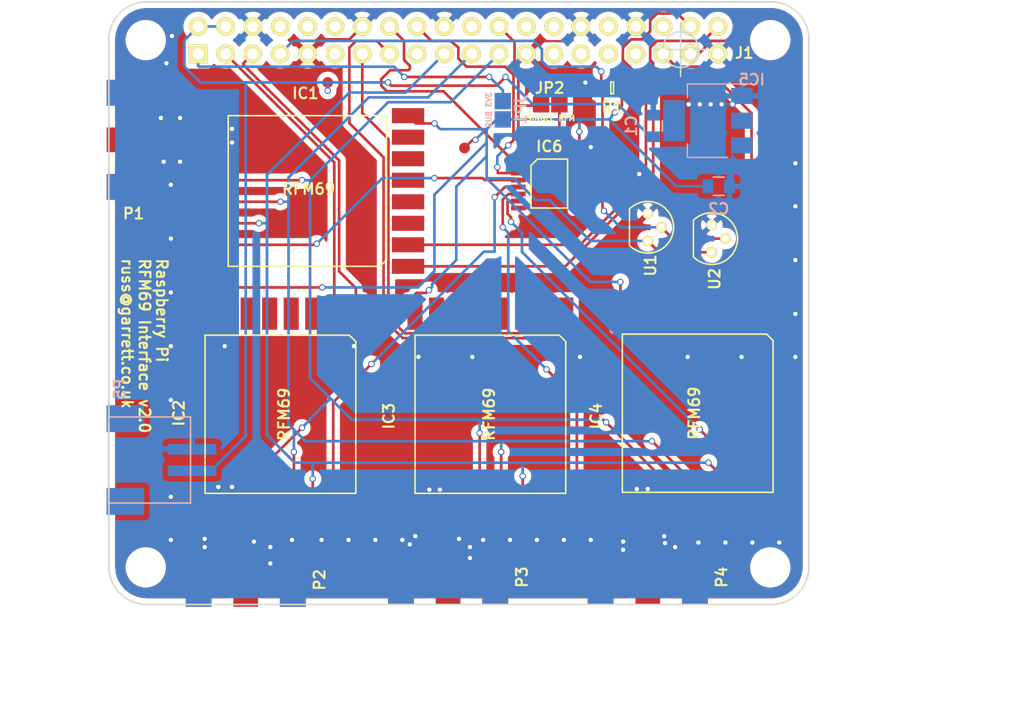
<source format=kicad_pcb>
(kicad_pcb (version 20171130) (host pcbnew 5.1.5-52549c5~86~ubuntu18.04.1)
  (layers (0 F.Cu signal) (31 B.Cu signal) (34 B.Paste user) (35 F.Paste user) (36 B.SilkS user) (37 F.SilkS user) (38 B.Mask user) (39 F.Mask user) (44 Edge.Cuts user))
  (net 0 "")
  (net 1 +5V)
  (net 2 Earth)
  (net 3 +3V3)
  (net 4 SCK)
  (net 5 MISO)
  (net 6 MOSI)
  (net 7 ONEWIRE)
  (net 8 /ANT_1)
  (net 9 /ANT_2)
  (net 10 /ANT_3)
  (net 11 /ANT_4)
  (net 12 RESET1)
  (net 13 INT1)
  (net 14 NSS1)
  (net 15 RESET2)
  (net 16 INT2)
  (net 17 NSS2)
  (net 18 RESET3)
  (net 19 INT3)
  (net 20 NSS3)
  (net 21 RESET4)
  (net 22 INT4)
  (net 23 NSS4)
  (net 24 NSS)
  (net 25 /3V3_SUPP)
  (net 26 "Net-(IC6-Pad2)")
  (net 27 "Net-(IC6-Pad3)")
  (module pcb-rfm-raspi:raspberrypi2 (layer F.Cu) (at 127.99 68.98)
    (fp_text reference J1 (at 26.58 1.194) (layer F.SilkS) (effects (font (thickness 0.2))))
    (fp_text value RPi_GPIO)
    (pad "" np_thru_hole circle (at 29 49) (size 2.75 2.75) (drill 2.75) (layers *.Cu *.Mask F.SilkS))
    (pad "" np_thru_hole circle (at -29 49) (size 2.75 2.75) (drill 2.75) (layers *.Cu *.Mask F.SilkS))
    (pad "" np_thru_hole circle (at 29 0) (size 2.75 2.75) (drill 2.75) (layers *.Cu *.Mask F.SilkS))
    (pad "" np_thru_hole circle (at -29 0) (size 2.75 2.75) (drill 2.75) (layers *.Cu *.Mask F.SilkS))
    (pad 39 thru_hole circle (at 24.13 1.27) (size 1.75 1.75) (drill 1.016) (layers *.Cu *.Mask F.SilkS) (net 2 Earth))
    (pad 40 thru_hole circle (at 24.13 -1.27) (size 1.75 1.75) (drill 1.016) (layers *.Cu *.Mask F.SilkS) (net 12 RESET1))
    (pad 37 thru_hole circle (at 21.59 1.27) (size 1.75 1.75) (drill 1.016) (layers *.Cu *.Mask F.SilkS) (net 21 RESET4))
    (pad 38 thru_hole circle (at 21.59 -1.27) (size 1.75 1.75) (drill 1.016) (layers *.Cu *.Mask F.SilkS) (net 13 INT1))
    (pad 35 thru_hole circle (at 19.05 1.27) (size 1.75 1.75) (drill 1.016) (layers *.Cu *.Mask F.SilkS) (net 22 INT4))
    (pad 36 thru_hole circle (at 19.05 -1.27) (size 1.75 1.75) (drill 1.016) (layers *.Cu *.Mask F.SilkS))
    (pad 33 thru_hole circle (at 16.51 1.27) (size 1.75 1.75) (drill 1.016) (layers *.Cu *.Mask F.SilkS))
    (pad 34 thru_hole circle (at 16.51 -1.27) (size 1.75 1.75) (drill 1.016) (layers *.Cu *.Mask F.SilkS) (net 2 Earth))
    (pad 31 thru_hole circle (at 13.97 1.27) (size 1.75 1.75) (drill 1.016) (layers *.Cu *.Mask F.SilkS))
    (pad 32 thru_hole circle (at 13.97 -1.27) (size 1.75 1.75) (drill 1.016) (layers *.Cu *.Mask F.SilkS))
    (pad 26 thru_hole circle (at 6.35 -1.27) (size 1.75 1.75) (drill 1.016) (layers *.Cu *.Mask F.SilkS))
    (pad 25 thru_hole circle (at 6.35 1.27) (size 1.75 1.75) (drill 1.016) (layers *.Cu *.Mask F.SilkS) (net 2 Earth))
    (pad 22 thru_hole circle (at 1.27 -1.27) (size 1.75 1.75) (drill 1.016) (layers *.Cu *.Mask F.SilkS))
    (pad 21 thru_hole circle (at 1.27 1.27) (size 1.75 1.75) (drill 1.016) (layers *.Cu *.Mask F.SilkS) (net 5 MISO))
    (pad 20 thru_hole circle (at -1.27 -1.27) (size 1.75 1.75) (drill 1.016) (layers *.Cu *.Mask F.SilkS) (net 2 Earth))
    (pad 19 thru_hole circle (at -1.27 1.27) (size 1.75 1.75) (drill 1.016) (layers *.Cu *.Mask F.SilkS) (net 6 MOSI))
    (pad 18 thru_hole circle (at -3.81 -1.27) (size 1.75 1.75) (drill 1.016) (layers *.Cu *.Mask F.SilkS) (net 27 "Net-(IC6-Pad3)"))
    (pad 17 thru_hole circle (at -3.81 1.27) (size 1.75 1.75) (drill 1.016) (layers *.Cu *.Mask F.SilkS))
    (pad 16 thru_hole circle (at -6.35 -1.27) (size 1.75 1.75) (drill 1.016) (layers *.Cu *.Mask F.SilkS) (net 26 "Net-(IC6-Pad2)"))
    (pad 15 thru_hole circle (at -6.35 1.27) (size 1.75 1.75) (drill 1.016) (layers *.Cu *.Mask F.SilkS) (net 18 RESET3))
    (pad 14 thru_hole circle (at -8.89 -1.27) (size 1.75 1.75) (drill 1.016) (layers *.Cu *.Mask F.SilkS) (net 2 Earth))
    (pad 13 thru_hole circle (at -8.89 1.27) (size 1.75 1.75) (drill 1.016) (layers *.Cu *.Mask F.SilkS) (net 19 INT3))
    (pad 12 thru_hole circle (at -11.43 -1.27) (size 1.75 1.75) (drill 1.016) (layers *.Cu *.Mask F.SilkS))
    (pad 11 thru_hole circle (at -11.43 1.27) (size 1.75 1.75) (drill 1.016) (layers *.Cu *.Mask F.SilkS))
    (pad 10 thru_hole circle (at -13.97 -1.27) (size 1.75 1.75) (drill 1.016) (layers *.Cu *.Mask F.SilkS))
    (pad 9 thru_hole circle (at -13.97 1.27) (size 1.75 1.75) (drill 1.016) (layers *.Cu *.Mask F.SilkS) (net 2 Earth))
    (pad 8 thru_hole circle (at -16.51 -1.27) (size 1.75 1.75) (drill 1.016) (layers *.Cu *.Mask F.SilkS))
    (pad 7 thru_hole circle (at -16.51 1.27) (size 1.75 1.75) (drill 1.016) (layers *.Cu *.Mask F.SilkS) (net 7 ONEWIRE))
    (pad 6 thru_hole circle (at -19.05 -1.27) (size 1.75 1.75) (drill 1.016) (layers *.Cu *.Mask F.SilkS) (net 2 Earth))
    (pad 5 thru_hole circle (at -19.05 1.27) (size 1.75 1.75) (drill 1.016) (layers *.Cu *.Mask F.SilkS) (net 15 RESET2))
    (pad 4 thru_hole circle (at -21.59 -1.27) (size 1.75 1.75) (drill 1.016) (layers *.Cu *.Mask F.SilkS) (net 1 +5V))
    (pad 3 thru_hole circle (at -21.59 1.27) (size 1.75 1.75) (drill 1.016) (layers *.Cu *.Mask F.SilkS) (net 16 INT2))
    (pad 2 thru_hole circle (at -24.13 -1.27) (size 1.75 1.75) (drill 1.016) (layers *.Cu *.Mask F.SilkS) (net 1 +5V))
    (pad 1 thru_hole rect (at -24.13 1.27) (size 1.75 1.75) (drill 1.016) (layers *.Cu *.Mask F.SilkS) (net 25 /3V3_SUPP))
    (pad 23 thru_hole circle (at 3.81 1.27) (size 1.75 1.75) (drill 1.016) (layers *.Cu *.Mask F.SilkS) (net 4 SCK))
    (pad 24 thru_hole circle (at 3.81 -1.27) (size 1.75 1.75) (drill 1.016) (layers *.Cu *.Mask F.SilkS) (net 24 NSS))
    (pad 30 thru_hole circle (at 11.43 -1.27) (size 1.75 1.75) (drill 1.016) (layers *.Cu *.Mask F.SilkS) (net 2 Earth))
    (pad 29 thru_hole circle (at 11.43 1.27) (size 1.75 1.75) (drill 1.016) (layers *.Cu *.Mask F.SilkS))
    (pad 28 thru_hole circle (at 8.89 -1.27) (size 1.75 1.75) (drill 1.016) (layers *.Cu *.Mask F.SilkS))
    (pad 27 thru_hole circle (at 8.89 1.27) (size 1.75 1.75) (drill 1.016) (layers *.Cu *.Mask F.SilkS))
  )
  (module agg:SMA-EDGE (layer F.Cu) (at 127.07 118.884 180)
    (fp_text reference P3 (at -6.858 0 270) (layer F.SilkS) (effects (font (thickness 0.2))))
    (fp_text value COAX)
    (pad 1 smd rect (at 0 0 180) (size 2.3 5) (layers F.Cu F.Paste F.Mask) (net 10 /ANT_3))
    (pad 2 smd rect (at 4.375 0 180) (size 2.4 5) (layers B.Cu B.Paste B.Mask) (net 2 Earth))
    (pad 2 smd rect (at -4.375 0 180) (size 2.4 5) (layers B.Cu B.Paste B.Mask) (net 2 Earth))
    (pad 2 smd rect (at -4.375 0 180) (size 2.4 5) (layers F.Cu F.Paste F.Mask) (net 2 Earth))
    (pad 2 smd rect (at 4.375 0 180) (size 2.4 5) (layers F.Cu F.Paste F.Mask) (net 2 Earth))
  )
  (module agg:RFM69 (layer F.Cu) (at 114 83 180)
    (fp_text reference IC1 (at 0.18 9.076 180) (layer F.SilkS) (effects (font (thickness 0.2))))
    (fp_text value RFM69 (at -0.116 0.184 180) (layer F.SilkS) (effects (font (thickness 0.2))))
    (pad 1 smd rect (at -9.35 -7 180) (size 3 1.4) (layers F.Cu F.Paste F.Mask) (net 12 RESET1))
    (pad 2 smd rect (at -9.35 -5 180) (size 3 1.4) (layers F.Cu F.Paste F.Mask) (net 13 INT1))
    (pad 3 smd rect (at -9.35 -3 180) (size 3 1.4) (layers F.Cu F.Paste F.Mask))
    (pad 4 smd rect (at -9.35 -1 180) (size 3 1.4) (layers F.Cu F.Paste F.Mask))
    (pad 5 smd rect (at -9.35 1 180) (size 3 1.4) (layers F.Cu F.Paste F.Mask))
    (pad 6 smd rect (at -9.35 3 180) (size 3 1.4) (layers F.Cu F.Paste F.Mask))
    (pad 7 smd rect (at -9.35 5 180) (size 3 1.4) (layers F.Cu F.Paste F.Mask))
    (pad 8 smd rect (at -9.35 7 180) (size 3 1.4) (layers F.Cu F.Paste F.Mask) (net 3 +3V3))
    (pad 9 smd rect (at 9.35 7 180) (size 3 1.4) (layers F.Cu F.Paste F.Mask) (net 2 Earth))
    (pad 10 smd rect (at 9.35 5 180) (size 3 1.4) (layers F.Cu F.Paste F.Mask) (net 8 /ANT_1))
    (pad 11 smd rect (at 9.35 3 180) (size 3 1.4) (layers F.Cu F.Paste F.Mask) (net 2 Earth))
    (pad 12 smd rect (at 9.35 1 180) (size 3 1.4) (layers F.Cu F.Paste F.Mask) (net 4 SCK))
    (pad 13 smd rect (at 9.35 -1 180) (size 3 1.4) (layers F.Cu F.Paste F.Mask) (net 5 MISO))
    (pad 14 smd rect (at 9.35 -3 180) (size 3 1.4) (layers F.Cu F.Paste F.Mask) (net 6 MOSI))
    (pad 15 smd rect (at 9.35 -5 180) (size 3 1.4) (layers F.Cu F.Paste F.Mask) (net 14 NSS1))
    (pad 16 smd rect (at 9.35 -7 180) (size 3 1.4) (layers F.Cu F.Paste F.Mask))
  )
  (module Capacitors_SMD:C_0805 (layer B.Cu) (at 152.2 82.562)
    (fp_text reference C2 (at 0 2.1) (layer B.SilkS) (effects (font (thickness 0.2)) (justify mirror)))
    (fp_text value 10uF)
    (pad 1 smd rect (at -1 0) (size 1 1.25) (layers B.Cu B.Paste B.Mask) (net 3 +3V3))
    (pad 2 smd rect (at 1 0) (size 1 1.25) (layers B.Cu B.Paste B.Mask) (net 2 Earth))
  )
  (module tinkerforge:TESTPT (layer B.Cu) (at 132.15 75.45 90)
    (fp_text reference JP1 (at 0 1.67 90) (layer B.SilkS) (effects (font (thickness 0.2)) (justify mirror)))
    (fp_text value "3V3 BUS" (at 0 -1.30048 90) (layer B.SilkS) (effects (font (size 0.5 0.5) (thickness 0.125)) (justify mirror)))
    (pad 1 smd rect (at -0.89916 0 90) (size 1.524 1.524) (layers B.Cu B.Paste B.Mask) (net 3 +3V3) (clearance 0.14986))
    (pad 2 smd rect (at 0.8001 0 90) (size 1.524 1.524) (layers B.Cu B.Paste B.Mask) (net 25 /3V3_SUPP) (clearance 0.14986))
  )
  (module agg:RFM69 (layer F.Cu) (at 131 103.75 270)
    (fp_text reference IC3 (at 0.174 9.43 270) (layer F.SilkS) (effects (font (thickness 0.2))))
    (fp_text value RFM69 (at 0 0.12 270) (layer F.SilkS) (effects (font (thickness 0.2))))
    (pad 1 smd rect (at -9.35 -7 270) (size 3 1.4) (layers F.Cu F.Paste F.Mask) (net 18 RESET3))
    (pad 2 smd rect (at -9.35 -5 270) (size 3 1.4) (layers F.Cu F.Paste F.Mask) (net 19 INT3))
    (pad 3 smd rect (at -9.35 -3 270) (size 3 1.4) (layers F.Cu F.Paste F.Mask))
    (pad 4 smd rect (at -9.35 -1 270) (size 3 1.4) (layers F.Cu F.Paste F.Mask))
    (pad 5 smd rect (at -9.35 1 270) (size 3 1.4) (layers F.Cu F.Paste F.Mask))
    (pad 6 smd rect (at -9.35 3 270) (size 3 1.4) (layers F.Cu F.Paste F.Mask))
    (pad 7 smd rect (at -9.35 5 270) (size 3 1.4) (layers F.Cu F.Paste F.Mask))
    (pad 8 smd rect (at -9.35 7 270) (size 3 1.4) (layers F.Cu F.Paste F.Mask) (net 3 +3V3))
    (pad 9 smd rect (at 9.35 7 270) (size 3 1.4) (layers F.Cu F.Paste F.Mask) (net 2 Earth))
    (pad 10 smd rect (at 9.35 5 270) (size 3 1.4) (layers F.Cu F.Paste F.Mask) (net 10 /ANT_3))
    (pad 11 smd rect (at 9.35 3 270) (size 3 1.4) (layers F.Cu F.Paste F.Mask) (net 2 Earth))
    (pad 12 smd rect (at 9.35 1 270) (size 3 1.4) (layers F.Cu F.Paste F.Mask) (net 4 SCK))
    (pad 13 smd rect (at 9.35 -1 270) (size 3 1.4) (layers F.Cu F.Paste F.Mask) (net 5 MISO))
    (pad 14 smd rect (at 9.35 -3 270) (size 3 1.4) (layers F.Cu F.Paste F.Mask) (net 6 MOSI))
    (pad 15 smd rect (at 9.35 -5 270) (size 3 1.4) (layers F.Cu F.Paste F.Mask) (net 20 NSS3))
    (pad 16 smd rect (at 9.35 -7 270) (size 3 1.4) (layers F.Cu F.Paste F.Mask))
  )
  (module agg:RFM69 (layer F.Cu) (at 150.25 103.65 270)
    (fp_text reference IC4 (at 0.274 9.43 270) (layer F.SilkS) (effects (font (thickness 0.2))))
    (fp_text value RFM69 (at -0.006 0.32 270) (layer F.SilkS) (effects (font (thickness 0.2))))
    (pad 1 smd rect (at -9.35 -7 270) (size 3 1.4) (layers F.Cu F.Paste F.Mask) (net 21 RESET4))
    (pad 2 smd rect (at -9.35 -5 270) (size 3 1.4) (layers F.Cu F.Paste F.Mask) (net 22 INT4))
    (pad 3 smd rect (at -9.35 -3 270) (size 3 1.4) (layers F.Cu F.Paste F.Mask))
    (pad 4 smd rect (at -9.35 -1 270) (size 3 1.4) (layers F.Cu F.Paste F.Mask))
    (pad 5 smd rect (at -9.35 1 270) (size 3 1.4) (layers F.Cu F.Paste F.Mask))
    (pad 6 smd rect (at -9.35 3 270) (size 3 1.4) (layers F.Cu F.Paste F.Mask))
    (pad 7 smd rect (at -9.35 5 270) (size 3 1.4) (layers F.Cu F.Paste F.Mask))
    (pad 8 smd rect (at -9.35 7 270) (size 3 1.4) (layers F.Cu F.Paste F.Mask) (net 3 +3V3))
    (pad 9 smd rect (at 9.35 7 270) (size 3 1.4) (layers F.Cu F.Paste F.Mask) (net 2 Earth))
    (pad 10 smd rect (at 9.35 5 270) (size 3 1.4) (layers F.Cu F.Paste F.Mask) (net 11 /ANT_4))
    (pad 11 smd rect (at 9.35 3 270) (size 3 1.4) (layers F.Cu F.Paste F.Mask) (net 2 Earth))
    (pad 12 smd rect (at 9.35 1 270) (size 3 1.4) (layers F.Cu F.Paste F.Mask) (net 4 SCK))
    (pad 13 smd rect (at 9.35 -1 270) (size 3 1.4) (layers F.Cu F.Paste F.Mask) (net 5 MISO))
    (pad 14 smd rect (at 9.35 -3 270) (size 3 1.4) (layers F.Cu F.Paste F.Mask) (net 6 MOSI))
    (pad 15 smd rect (at 9.35 -5 270) (size 3 1.4) (layers F.Cu F.Paste F.Mask) (net 23 NSS4))
    (pad 16 smd rect (at 9.35 -7 270) (size 3 1.4) (layers F.Cu F.Paste F.Mask))
  )
  (module agg:RFM69 (layer F.Cu) (at 111.5 103.75 270)
    (fp_text reference IC2 (at -0.106 9.43 270) (layer F.SilkS) (effects (font (thickness 0.2))))
    (fp_text value RFM69 (at 0 -0.33 270) (layer F.SilkS) (effects (font (thickness 0.2))))
    (pad 1 smd rect (at -9.35 -7 270) (size 3 1.4) (layers F.Cu F.Paste F.Mask) (net 15 RESET2))
    (pad 2 smd rect (at -9.35 -5 270) (size 3 1.4) (layers F.Cu F.Paste F.Mask) (net 16 INT2))
    (pad 3 smd rect (at -9.35 -3 270) (size 3 1.4) (layers F.Cu F.Paste F.Mask))
    (pad 4 smd rect (at -9.35 -1 270) (size 3 1.4) (layers F.Cu F.Paste F.Mask))
    (pad 5 smd rect (at -9.35 1 270) (size 3 1.4) (layers F.Cu F.Paste F.Mask))
    (pad 6 smd rect (at -9.35 3 270) (size 3 1.4) (layers F.Cu F.Paste F.Mask))
    (pad 7 smd rect (at -9.35 5 270) (size 3 1.4) (layers F.Cu F.Paste F.Mask))
    (pad 8 smd rect (at -9.35 7 270) (size 3 1.4) (layers F.Cu F.Paste F.Mask) (net 3 +3V3))
    (pad 9 smd rect (at 9.35 7 270) (size 3 1.4) (layers F.Cu F.Paste F.Mask) (net 2 Earth))
    (pad 10 smd rect (at 9.35 5 270) (size 3 1.4) (layers F.Cu F.Paste F.Mask) (net 9 /ANT_2))
    (pad 11 smd rect (at 9.35 3 270) (size 3 1.4) (layers F.Cu F.Paste F.Mask) (net 2 Earth))
    (pad 12 smd rect (at 9.35 1 270) (size 3 1.4) (layers F.Cu F.Paste F.Mask) (net 4 SCK))
    (pad 13 smd rect (at 9.35 -1 270) (size 3 1.4) (layers F.Cu F.Paste F.Mask) (net 5 MISO))
    (pad 14 smd rect (at 9.35 -3 270) (size 3 1.4) (layers F.Cu F.Paste F.Mask) (net 6 MOSI))
    (pad 15 smd rect (at 9.35 -5 270) (size 3 1.4) (layers F.Cu F.Paste F.Mask) (net 17 NSS2))
    (pad 16 smd rect (at 9.35 -7 270) (size 3 1.4) (layers F.Cu F.Paste F.Mask))
  )
  (module Capacitors_SMD:C_0805 (layer B.Cu) (at 146.12 76.958 90)
    (fp_text reference C1 (at 0 -2.032 90) (layer B.SilkS) (effects (font (thickness 0.2)) (justify mirror)))
    (fp_text value 10uF)
    (pad 1 smd rect (at -1 0 90) (size 1 1.25) (layers B.Cu B.Paste B.Mask) (net 1 +5V))
    (pad 2 smd rect (at 1 0 90) (size 1 1.25) (layers B.Cu B.Paste B.Mask) (net 2 Earth))
  )
  (module agg:TSSOP-16 (layer F.Cu) (at 136.468 82.308)
    (fp_text reference IC6 (at 0 -3.45) (layer F.SilkS) (effects (font (thickness 0.2))))
    (fp_text value 74HC139)
    (pad 1 smd rect (at -2.875 -2.275) (size 1.35 0.45) (layers F.Cu F.Paste F.Mask) (net 24 NSS))
    (pad 2 smd rect (at -2.875 -1.625) (size 1.35 0.45) (layers F.Cu F.Paste F.Mask) (net 26 "Net-(IC6-Pad2)"))
    (pad 3 smd rect (at -2.875 -0.975) (size 1.35 0.45) (layers F.Cu F.Paste F.Mask) (net 27 "Net-(IC6-Pad3)"))
    (pad 4 smd rect (at -2.875 -0.325) (size 1.35 0.45) (layers F.Cu F.Paste F.Mask) (net 14 NSS1))
    (pad 5 smd rect (at -2.875 0.325) (size 1.35 0.45) (layers F.Cu F.Paste F.Mask) (net 17 NSS2))
    (pad 6 smd rect (at -2.875 0.975) (size 1.35 0.45) (layers F.Cu F.Paste F.Mask) (net 20 NSS3))
    (pad 7 smd rect (at -2.875 1.625) (size 1.35 0.45) (layers F.Cu F.Paste F.Mask) (net 23 NSS4))
    (pad 8 smd rect (at -2.875 2.275) (size 1.35 0.45) (layers F.Cu F.Paste F.Mask) (net 2 Earth))
    (pad 9 smd rect (at 2.875 2.275) (size 1.35 0.45) (layers F.Cu F.Paste F.Mask))
    (pad 10 smd rect (at 2.875 1.625) (size 1.35 0.45) (layers F.Cu F.Paste F.Mask))
    (pad 11 smd rect (at 2.875 0.975) (size 1.35 0.45) (layers F.Cu F.Paste F.Mask))
    (pad 12 smd rect (at 2.875 0.325) (size 1.35 0.45) (layers F.Cu F.Paste F.Mask))
    (pad 13 smd rect (at 2.875 -0.325) (size 1.35 0.45) (layers F.Cu F.Paste F.Mask) (net 2 Earth))
    (pad 14 smd rect (at 2.875 -0.975) (size 1.35 0.45) (layers F.Cu F.Paste F.Mask) (net 2 Earth))
    (pad 15 smd rect (at 2.875 -1.625) (size 1.35 0.45) (layers F.Cu F.Paste F.Mask) (net 2 Earth))
    (pad 16 smd rect (at 2.875 -2.275) (size 1.35 0.45) (layers F.Cu F.Paste F.Mask) (net 3 +3V3))
  )
  (module tinkerforge:TESTPT (layer F.Cu) (at 136.60516 74.942)
    (fp_text reference JP2 (at -0.09906 -1.518) (layer F.SilkS) (effects (font (thickness 0.2))))
    (fp_text value "SINGLE RFM" (at 0 1.30048) (layer F.SilkS) (effects (font (size 0.5 0.5) (thickness 0.125))))
    (pad 1 smd rect (at -0.89916 0) (size 1.524 1.524) (layers F.Cu F.Paste F.Mask) (net 24 NSS) (clearance 0.14986))
    (pad 2 smd rect (at 0.8001 0) (size 1.524 1.524) (layers F.Cu F.Paste F.Mask) (net 14 NSS1) (clearance 0.14986))
  )
  (module agg:SMA-EDGE (layer F.Cu) (at 108.274 119.138 180)
    (fp_text reference P2 (at -6.858 0 270) (layer F.SilkS) (effects (font (thickness 0.2))))
    (fp_text value COAX)
    (pad 1 smd rect (at 0 0 180) (size 2.3 5) (layers F.Cu F.Paste F.Mask) (net 9 /ANT_2))
    (pad 2 smd rect (at 4.375 0 180) (size 2.4 5) (layers B.Cu B.Paste B.Mask) (net 2 Earth))
    (pad 2 smd rect (at -4.375 0 180) (size 2.4 5) (layers B.Cu B.Paste B.Mask) (net 2 Earth))
    (pad 2 smd rect (at -4.375 0 180) (size 2.4 5) (layers F.Cu F.Paste F.Mask) (net 2 Earth))
    (pad 2 smd rect (at 4.375 0 180) (size 2.4 5) (layers F.Cu F.Paste F.Mask) (net 2 Earth))
  )
  (module agg:SMA-EDGE (layer F.Cu) (at 145.612 118.884 180)
    (fp_text reference P4 (at -6.858 0 270) (layer F.SilkS) (effects (font (thickness 0.2))))
    (fp_text value COAX)
    (pad 1 smd rect (at 0 0 180) (size 2.3 5) (layers F.Cu F.Paste F.Mask) (net 11 /ANT_4))
    (pad 2 smd rect (at 4.375 0 180) (size 2.4 5) (layers B.Cu B.Paste B.Mask) (net 2 Earth))
    (pad 2 smd rect (at -4.375 0 180) (size 2.4 5) (layers B.Cu B.Paste B.Mask) (net 2 Earth))
    (pad 2 smd rect (at -4.375 0 180) (size 2.4 5) (layers F.Cu F.Paste F.Mask) (net 2 Earth))
    (pad 2 smd rect (at 4.375 0 180) (size 2.4 5) (layers F.Cu F.Paste F.Mask) (net 2 Earth))
  )
  (module tinkerforge:JST-PH-SM4-2 (layer B.Cu) (at 95.548 108.002 270)
    (fp_text reference P5 (at -6.578 -1.022 270) (layer B.SilkS) (effects (font (thickness 0.2)) (justify mirror)))
    (fp_text value POWER)
    (pad 2 smd rect (at -1 -7.75 270) (size 1 4.5) (layers B.Cu B.Paste B.Mask) (net 2 Earth))
    (pad 1 smd rect (at 1 -7.75 270) (size 1 4.5) (layers B.Cu B.Paste B.Mask) (net 1 +5V))
    (pad "" connect rect (at 3.85 -1.55 270) (size 2.5 3.5) (layers B.Cu B.Mask))
    (pad "" connect rect (at -3.85 -1.55 270) (size 2.5 3.5) (layers B.Cu B.Mask))
  )
  (module agg:0805 (layer F.Cu) (at 142.31 73.418 180)
    (fp_text reference R1 (at 0 -1.778 180) (layer F.SilkS) (effects (font (thickness 0.2))))
    (fp_text value 4k7)
    (pad 1 smd rect (at -0.9 0 180) (size 1.15 1.45) (layers F.Cu F.Paste F.Mask) (net 3 +3V3))
    (pad 2 smd rect (at 0.9 0 180) (size 1.15 1.45) (layers F.Cu F.Paste F.Mask) (net 7 ONEWIRE))
  )
  (module agg:SMA-EDGE (layer F.Cu) (at 97.86 78.244 90)
    (fp_text reference P1 (at -6.858 0 180) (layer F.SilkS) (effects (font (thickness 0.2))))
    (fp_text value COAX)
    (pad 1 smd rect (at 0 0 90) (size 2.3 5) (layers F.Cu F.Paste F.Mask) (net 8 /ANT_1))
    (pad 2 smd rect (at 4.375 0 90) (size 2.4 5) (layers B.Cu B.Paste B.Mask) (net 2 Earth))
    (pad 2 smd rect (at -4.375 0 90) (size 2.4 5) (layers B.Cu B.Paste B.Mask) (net 2 Earth))
    (pad 2 smd rect (at -4.375 0 90) (size 2.4 5) (layers F.Cu F.Paste F.Mask) (net 2 Earth))
    (pad 2 smd rect (at 4.375 0 90) (size 2.4 5) (layers F.Cu F.Paste F.Mask) (net 2 Earth))
  )
  (module TO_SOT_Packages_THT:TO-92_Molded_Narrow (layer F.Cu) (at 145.612 85.102 270)
    (fp_text reference U1 (at 4.826 -0.254 270) (layer F.SilkS) (effects (font (thickness 0.2))))
    (fp_text value 1-Wire)
    (pad 2 thru_hole circle (at 1.27 -1.27) (size 1.00076 1.00076) (drill 0.6) (layers *.Cu *.Mask F.SilkS) (net 7 ONEWIRE))
    (pad 3 thru_hole circle (at 2.54 0) (size 1.00076 1.00076) (drill 0.6) (layers *.Cu *.Mask F.SilkS) (net 3 +3V3))
    (pad 1 thru_hole circle (at 0 0) (size 1.00076 1.00076) (drill 0.6) (layers *.Cu *.Mask F.SilkS) (net 2 Earth))
  )
  (module TO_SOT_Packages_THT:TO-92_Molded_Narrow (layer F.Cu) (at 151.55 86.154 270)
    (fp_text reference U2 (at 5.02 -0.27 270) (layer F.SilkS) (effects (font (thickness 0.2))))
    (fp_text value 1-Wire)
    (pad 2 thru_hole circle (at 1.27 -1.27) (size 1.00076 1.00076) (drill 0.6) (layers *.Cu *.Mask F.SilkS) (net 7 ONEWIRE))
    (pad 3 thru_hole circle (at 2.54 0) (size 1.00076 1.00076) (drill 0.6) (layers *.Cu *.Mask F.SilkS) (net 3 +3V3))
    (pad 1 thru_hole circle (at 0 0) (size 1.00076 1.00076) (drill 0.6) (layers *.Cu *.Mask F.SilkS) (net 2 Earth))
  )
  (module agg:TESTPAD (layer F.Cu) (at 115.894 72.91)
    (fp_text reference TP1 hide)
    (fp_text value TESTPAD hide)
    (pad 1 smd circle (at 0 0) (size 1 1) (layers F.Cu F.Mask) (net 1 +5V))
  )
  (module agg:TESTPAD (layer F.Cu) (at 128.594 79.006)
    (fp_text reference TP2 hide)
    (fp_text value TESTPAD hide)
    (pad 1 smd circle (at 0 0) (size 1 1) (layers F.Cu F.Mask) (net 3 +3V3))
  )
  (module Package_TO_SOT_SMD:SOT-223 (layer B.Cu) (at 151.2 76.466 180)
    (fp_text reference IC5 (at -4.064 3.81 180) (layer B.SilkS) (effects (font (thickness 0.2)) (justify mirror)))
    (fp_text value NCP1117)
    (pad 4 smd rect (at 3.15 0 180) (size 2 3.8) (layers B.Cu B.Paste B.Mask))
    (pad 2 smd rect (at -3.15 0 180) (size 2 1.5) (layers B.Cu B.Paste B.Mask) (net 3 +3V3))
    (pad 3 smd rect (at -3.15 -2.3 180) (size 2 1.5) (layers B.Cu B.Paste B.Mask) (net 1 +5V))
    (pad 1 smd rect (at -3.15 2.3 180) (size 2 1.5) (layers B.Cu B.Paste B.Mask) (net 2 Earth))
  )
  (target plus (at 148.66 69.854) (size 5) (width 0.15) (layer Edge.Cuts))
  (gr_arc (start 99.07 68.924) (end 95.57 68.924) (angle 90) (layer Edge.Cuts) (width 0.15))
  (gr_arc (start 99.07 117.924) (end 99.07 121.424) (angle 90) (layer Edge.Cuts) (width 0.15))
  (gr_arc (start 157.07 117.924) (end 160.57 118.174) (angle 85.91438322) (layer Edge.Cuts) (width 0.15))
  (gr_arc (start 157.07 68.924) (end 157.32 65.424) (angle 85.91438322) (layer Edge.Cuts) (width 0.15))
  (gr_text "Raspberry Pi\nRFM69 Interface v2.0\nruss@garrett.co.uk" (at 98.876 89.166 270) (layer F.SilkS) (effects (font (size 1 1) (thickness 0.2)) (justify left)))
  (gr_line (start 99.07 65.424) (end 157.32 65.424) (layer Edge.Cuts) (width 0.15))
  (gr_line (start 95.57 117.924) (end 95.57 68.924) (layer Edge.Cuts) (width 0.15))
  (gr_line (start 157.07 121.424) (end 99.07 121.424) (layer Edge.Cuts) (width 0.15))
  (gr_line (start 160.57 68.924) (end 160.57 118.174) (layer Edge.Cuts) (width 0.15))
  (segment (start 142.820002 74.924) (end 134.926 74.924) (width 0.25) (layer B.Cu) (net 1))
  (segment (start 134.926 74.924) (end 132.404 72.402) (width 0.25) (layer B.Cu) (net 1))
  (segment (start 146.12 77.958) (end 145.854002 77.958) (width 0.25) (layer B.Cu) (net 1))
  (segment (start 145.854002 77.958) (end 142.820002 74.924) (width 0.25) (layer B.Cu) (net 1))
  (segment (start 145.995 77.958) (end 146.12 77.958) (width 0.25) (layer B.Cu) (net 1))
  (segment (start 115.894 73.672) (end 115.894 72.91) (width 0.25) (layer B.Cu) (net 1))
  (segment (start 115.894 72.91) (end 115.894 73.672) (width 0.25) (layer F.Cu) (net 1))
  (via (at 115.894 73.672) (size 0.6) (drill 0.4) (layers F.Cu B.Cu) (net 1))
  (segment (start 108.274 105.776) (end 108.274 72.91) (width 0.25) (layer B.Cu) (net 1))
  (via (at 132.404 72.402) (size 0.6) (drill 0.4) (layers F.Cu B.Cu) (net 1))
  (segment (start 131.596001 73.209999) (end 132.404 72.402) (width 0.25) (layer F.Cu) (net 1))
  (segment (start 103.86 67.71) (end 102.584999 68.985001) (width 0.25) (layer B.Cu) (net 1))
  (segment (start 102.584999 68.985001) (end 102.584999 71.445001) (width 0.25) (layer B.Cu) (net 1))
  (segment (start 102.584999 71.445001) (end 104.049998 72.91) (width 0.25) (layer B.Cu) (net 1))
  (segment (start 106.4 67.71) (end 103.86 67.71) (width 0.25) (layer B.Cu) (net 1))
  (segment (start 104.049998 72.91) (end 108.274 72.91) (width 0.25) (layer B.Cu) (net 1))
  (segment (start 108.274 105.776) (end 105.048 109.002) (width 0.25) (layer B.Cu) (net 1))
  (segment (start 115.894 72.91) (end 121.482 72.91) (width 0.25) (layer B.Cu) (net 1))
  (segment (start 108.274 72.91) (end 115.894 72.91) (width 0.25) (layer B.Cu) (net 1))
  (segment (start 105.048 109.002) (end 103.298 109.002) (width 0.25) (layer B.Cu) (net 1))
  (segment (start 121.482 72.91) (end 121.781999 73.209999) (width 0.25) (layer F.Cu) (net 1))
  (segment (start 121.781999 73.209999) (end 131.596001 73.209999) (width 0.25) (layer F.Cu) (net 1))
  (via (at 121.482 72.91) (size 0.6) (drill 0.4) (layers F.Cu B.Cu) (net 1))
  (segment (start 133.593 84.583) (end 135.643 84.583) (width 0.25) (layer F.Cu) (net 2))
  (segment (start 135.643 84.583) (end 138.893 81.333) (width 0.25) (layer F.Cu) (net 2))
  (segment (start 138.893 81.333) (end 139.343 81.333) (width 0.25) (layer F.Cu) (net 2))
  (segment (start 139.343 80.683) (end 140.418001 80.682999) (width 0.25) (layer F.Cu) (net 2))
  (segment (start 140.418001 80.682999) (end 140.418001 79.022001) (width 0.25) (layer F.Cu) (net 2))
  (segment (start 140.418001 79.022001) (end 140.32 78.924) (width 0.25) (layer F.Cu) (net 2))
  (segment (start 140.32 78.924) (end 142.32 78.924) (width 0.25) (layer B.Cu) (net 2))
  (segment (start 142.32 78.924) (end 144.82 81.424) (width 0.25) (layer B.Cu) (net 2))
  (via (at 144.82 81.424) (size 0.6) (drill 0.4) (layers F.Cu B.Cu) (net 2))
  (segment (start 139.82 72.924) (end 140.32 73.424) (width 0.25) (layer F.Cu) (net 2))
  (segment (start 140.32 73.424) (end 140.32 78.924) (width 0.25) (layer F.Cu) (net 2))
  (via (at 140.32 78.924) (size 0.6) (drill 0.4) (layers F.Cu B.Cu) (net 2))
  (segment (start 137.035522 72.924) (end 139.82 72.924) (width 0.25) (layer B.Cu) (net 2))
  (via (at 139.82 72.924) (size 0.6) (drill 0.4) (layers F.Cu B.Cu) (net 2))
  (segment (start 134.44 70.25) (end 134.44 70.328478) (width 0.25) (layer B.Cu) (net 2))
  (segment (start 134.44 70.328478) (end 137.035522 72.924) (width 0.25) (layer B.Cu) (net 2))
  (segment (start 125.038 110.756) (end 126.308 110.756) (width 0.25) (layer B.Cu) (net 2))
  (segment (start 101.32 115.424) (end 104.32 115.424) (width 0.25) (layer B.Cu) (net 2))
  (segment (start 101.32 111.424) (end 101.32 115.424) (width 0.25) (layer F.Cu) (net 2))
  (via (at 101.32 115.424) (size 0.6) (drill 0.4) (layers F.Cu B.Cu) (net 2))
  (segment (start 100.226 107.424) (end 100.226 110.33) (width 0.25) (layer B.Cu) (net 2))
  (segment (start 100.226 110.33) (end 101.32 111.424) (width 0.25) (layer B.Cu) (net 2))
  (via (at 101.32 111.424) (size 0.6) (drill 0.4) (layers F.Cu B.Cu) (net 2))
  (segment (start 103.298 107.002) (end 100.648 107.002) (width 0.25) (layer B.Cu) (net 2))
  (segment (start 100.648 107.002) (end 100.226 107.424) (width 0.25) (layer B.Cu) (net 2))
  (segment (start 101.32 103.424) (end 103.298 105.402) (width 0.25) (layer B.Cu) (net 2))
  (segment (start 103.298 105.402) (end 103.298 107.002) (width 0.25) (layer B.Cu) (net 2))
  (segment (start 101.32 102.424) (end 101.32 103.424) (width 0.25) (layer B.Cu) (net 2))
  (segment (start 101.32 97.424) (end 101.32 102.424) (width 0.25) (layer F.Cu) (net 2))
  (via (at 101.32 102.424) (size 0.6) (drill 0.4) (layers F.Cu B.Cu) (net 2))
  (segment (start 155.32 115.674) (end 157.82 115.674) (width 0.25) (layer B.Cu) (net 2))
  (via (at 157.82 115.674) (size 0.6) (drill 0.4) (layers F.Cu B.Cu) (net 2))
  (segment (start 152.82 115.674) (end 155.32 115.674) (width 0.25) (layer F.Cu) (net 2))
  (via (at 155.32 115.674) (size 0.6) (drill 0.4) (layers F.Cu B.Cu) (net 2))
  (segment (start 150.32 115.674) (end 152.82 115.674) (width 0.25) (layer B.Cu) (net 2))
  (via (at 152.82 115.674) (size 0.6) (drill 0.4) (layers F.Cu B.Cu) (net 2))
  (segment (start 147.785221 115.723221) (end 150.270779 115.723221) (width 0.25) (layer F.Cu) (net 2))
  (segment (start 150.270779 115.723221) (end 150.32 115.674) (width 0.25) (layer F.Cu) (net 2))
  (via (at 150.32 115.674) (size 0.6) (drill 0.4) (layers F.Cu B.Cu) (net 2))
  (segment (start 140.32 115.424) (end 143.168 115.424) (width 0.25) (layer F.Cu) (net 2))
  (segment (start 143.168 115.424) (end 143.326 115.582) (width 0.25) (layer F.Cu) (net 2))
  (segment (start 137.82 115.424) (end 140.32 115.424) (width 0.25) (layer B.Cu) (net 2))
  (via (at 140.32 115.424) (size 0.6) (drill 0.4) (layers F.Cu B.Cu) (net 2))
  (segment (start 135.32 115.424) (end 137.82 115.424) (width 0.25) (layer F.Cu) (net 2))
  (via (at 137.82 115.424) (size 0.6) (drill 0.4) (layers F.Cu B.Cu) (net 2))
  (segment (start 132.82 115.424) (end 135.32 115.424) (width 0.25) (layer B.Cu) (net 2))
  (via (at 135.32 115.424) (size 0.6) (drill 0.4) (layers F.Cu B.Cu) (net 2))
  (segment (start 130.32 115.424) (end 132.82 115.424) (width 0.25) (layer F.Cu) (net 2))
  (via (at 132.82 115.424) (size 0.6) (drill 0.4) (layers F.Cu B.Cu) (net 2))
  (segment (start 128.086 115.328) (end 130.224 115.328) (width 0.25) (layer B.Cu) (net 2))
  (segment (start 130.224 115.328) (end 130.32 115.424) (width 0.25) (layer B.Cu) (net 2))
  (via (at 130.32 115.424) (size 0.6) (drill 0.4) (layers F.Cu B.Cu) (net 2))
  (segment (start 123.514 115.582) (end 123.82 115.276) (width 0.25) (layer B.Cu) (net 2))
  (segment (start 123.82 115.276) (end 124.022 115.074) (width 0.25) (layer B.Cu) (net 2))
  (segment (start 122.82 115.424) (end 123.672 115.424) (width 0.25) (layer B.Cu) (net 2))
  (segment (start 123.672 115.424) (end 123.82 115.276) (width 0.25) (layer B.Cu) (net 2))
  (segment (start 120.32 115.424) (end 122.82 115.424) (width 0.25) (layer F.Cu) (net 2))
  (via (at 122.82 115.424) (size 0.6) (drill 0.4) (layers F.Cu B.Cu) (net 2))
  (segment (start 117.82 115.424) (end 120.32 115.424) (width 0.25) (layer B.Cu) (net 2))
  (via (at 120.32 115.424) (size 0.6) (drill 0.4) (layers F.Cu B.Cu) (net 2))
  (segment (start 115.32 115.424) (end 117.82 115.424) (width 0.25) (layer F.Cu) (net 2))
  (via (at 117.82 115.424) (size 0.6) (drill 0.4) (layers F.Cu B.Cu) (net 2))
  (segment (start 112.57 115.424) (end 115.32 115.424) (width 0.25) (layer B.Cu) (net 2))
  (via (at 115.32 115.424) (size 0.6) (drill 0.4) (layers F.Cu B.Cu) (net 2))
  (segment (start 110.56 116.09) (end 111.904 116.09) (width 0.25) (layer F.Cu) (net 2))
  (segment (start 111.904 116.09) (end 112.57 115.424) (width 0.25) (layer F.Cu) (net 2))
  (via (at 112.57 115.424) (size 0.6) (drill 0.4) (layers F.Cu B.Cu) (net 2))
  (segment (start 140.777 118.424) (end 141.237 118.884) (width 0.25) (layer B.Cu) (net 2))
  (segment (start 122.235 118.424) (end 122.695 118.884) (width 0.25) (layer B.Cu) (net 2))
  (segment (start 159.32 80.424) (end 154.142 80.424) (width 0.25) (layer B.Cu) (net 2))
  (segment (start 154.142 80.424) (end 153.486 79.768) (width 0.25) (layer B.Cu) (net 2))
  (segment (start 159.32 84.424) (end 159.32 80.424) (width 0.25) (layer F.Cu) (net 2))
  (via (at 159.32 80.424) (size 0.6) (drill 0.4) (layers F.Cu B.Cu) (net 2))
  (segment (start 159.32 89.424) (end 159.32 84.424) (width 0.25) (layer B.Cu) (net 2))
  (via (at 159.32 84.424) (size 0.6) (drill 0.4) (layers F.Cu B.Cu) (net 2))
  (segment (start 159.32 94.424) (end 159.32 89.424) (width 0.25) (layer F.Cu) (net 2))
  (via (at 159.32 89.424) (size 0.6) (drill 0.4) (layers F.Cu B.Cu) (net 2))
  (segment (start 159.32 98.424) (end 159.32 94.424) (width 0.25) (layer B.Cu) (net 2))
  (via (at 159.32 94.424) (size 0.6) (drill 0.4) (layers F.Cu B.Cu) (net 2))
  (segment (start 154.32 98.424) (end 159.32 98.424) (width 0.25) (layer F.Cu) (net 2))
  (via (at 159.32 98.424) (size 0.6) (drill 0.4) (layers F.Cu B.Cu) (net 2))
  (segment (start 149.32 98.424) (end 154.32 98.424) (width 0.25) (layer B.Cu) (net 2))
  (via (at 154.32 98.424) (size 0.6) (drill 0.4) (layers F.Cu B.Cu) (net 2))
  (segment (start 139.32 98.424) (end 149.32 98.424) (width 0.25) (layer F.Cu) (net 2))
  (via (at 149.32 98.424) (size 0.6) (drill 0.4) (layers F.Cu B.Cu) (net 2))
  (segment (start 129.32 98.424) (end 139.32 98.424) (width 0.25) (layer F.Cu) (net 2))
  (via (at 139.32 98.424) (size 0.6) (drill 0.4) (layers F.Cu B.Cu) (net 2))
  (segment (start 124.32 98.424) (end 129.32 98.424) (width 0.25) (layer B.Cu) (net 2))
  (via (at 129.32 98.424) (size 0.6) (drill 0.4) (layers F.Cu B.Cu) (net 2))
  (segment (start 118.32 97.424) (end 123.32 97.424) (width 0.25) (layer F.Cu) (net 2))
  (segment (start 123.32 97.424) (end 124.32 98.424) (width 0.25) (layer F.Cu) (net 2))
  (via (at 124.32 98.424) (size 0.6) (drill 0.4) (layers F.Cu B.Cu) (net 2))
  (segment (start 101.32 97.424) (end 106.32 97.424) (width 0.25) (layer F.Cu) (net 2))
  (segment (start 106.32 97.424) (end 118.32 97.424) (width 0.25) (layer F.Cu) (net 2))
  (via (at 118.32 97.424) (size 0.6) (drill 0.4) (layers F.Cu B.Cu) (net 2))
  (via (at 106.32 97.424) (size 0.6) (drill 0.4) (layers F.Cu B.Cu) (net 2))
  (segment (start 101.32 92.424) (end 101.32 97.424) (width 0.25) (layer B.Cu) (net 2))
  (via (at 101.32 97.424) (size 0.6) (drill 0.4) (layers F.Cu B.Cu) (net 2))
  (segment (start 101.32 87.424) (end 101.32 92.424) (width 0.25) (layer F.Cu) (net 2))
  (via (at 101.32 92.424) (size 0.6) (drill 0.4) (layers F.Cu B.Cu) (net 2))
  (segment (start 101.32 82.424) (end 101.32 87.424) (width 0.25) (layer B.Cu) (net 2))
  (via (at 101.32 87.424) (size 0.6) (drill 0.4) (layers F.Cu B.Cu) (net 2))
  (segment (start 97.86 82.619) (end 101.125 82.619) (width 0.25) (layer F.Cu) (net 2))
  (segment (start 101.125 82.619) (end 101.32 82.424) (width 0.25) (layer F.Cu) (net 2))
  (via (at 101.32 82.424) (size 0.6) (drill 0.4) (layers F.Cu B.Cu) (net 2))
  (segment (start 114.02 70.25) (end 115.359999 68.910001) (width 0.25) (layer F.Cu) (net 2))
  (segment (start 115.359999 68.910001) (end 117.899999 68.910001) (width 0.25) (layer F.Cu) (net 2))
  (segment (start 117.899999 68.910001) (end 119.1 67.71) (width 0.25) (layer F.Cu) (net 2))
  (segment (start 149.422 74.942) (end 151.2 73.164) (width 0.25) (layer B.Cu) (net 2))
  (segment (start 152.47 74.942) (end 153.486 74.942) (width 0.25) (layer B.Cu) (net 2))
  (via (at 153.486 74.942) (size 0.6) (drill 0.4) (layers F.Cu B.Cu) (net 2))
  (segment (start 151.454 74.942) (end 152.47 74.942) (width 0.25) (layer F.Cu) (net 2))
  (via (at 152.47 74.942) (size 0.6) (drill 0.4) (layers F.Cu B.Cu) (net 2))
  (segment (start 150.438 74.942) (end 151.454 74.942) (width 0.25) (layer B.Cu) (net 2))
  (via (at 151.454 74.942) (size 0.6) (drill 0.4) (layers F.Cu B.Cu) (net 2))
  (segment (start 149.422 74.942) (end 150.438 74.942) (width 0.25) (layer F.Cu) (net 2))
  (via (at 150.438 74.942) (size 0.6) (drill 0.4) (layers F.Cu B.Cu) (net 2))
  (via (at 149.422 74.942) (size 0.6) (drill 0.4) (layers F.Cu B.Cu) (net 2))
  (segment (start 139.343 80.683) (end 139.343 81.333) (width 0.25) (layer F.Cu) (net 2))
  (segment (start 134.34 70.25) (end 135.515001 69.074999) (width 0.25) (layer F.Cu) (net 2))
  (segment (start 135.515001 69.074999) (end 138.055001 69.074999) (width 0.2) (layer F.Cu) (net 2))
  (segment (start 138.055001 69.074999) (end 139.42 67.71) (width 0.25) (layer F.Cu) (net 2))
  (segment (start 139.343 81.333) (end 139.343 81.983) (width 0.25) (layer F.Cu) (net 2))
  (segment (start 153.486 79.768) (end 153.486 82.276) (width 0.25) (layer B.Cu) (net 2))
  (segment (start 153.486 82.276) (end 153.2 82.562) (width 0.25) (layer B.Cu) (net 2))
  (segment (start 148.152 116.09) (end 148.152 118.649) (width 0.25) (layer B.Cu) (net 2))
  (segment (start 148.152 118.649) (end 148.387 118.884) (width 0.25) (layer B.Cu) (net 2))
  (segment (start 148.387 118.884) (end 149.987 118.884) (width 0.25) (layer B.Cu) (net 2))
  (segment (start 147.21297 115.723221) (end 147.785221 115.723221) (width 0.25) (layer F.Cu) (net 2))
  (segment (start 147.785221 115.723221) (end 148.152 116.09) (width 0.25) (layer F.Cu) (net 2))
  (via (at 148.152 116.09) (size 0.6) (drill 0.4) (layers F.Cu B.Cu) (net 2))
  (segment (start 147.136 115.074) (end 147.136 115.646251) (width 0.25) (layer B.Cu) (net 2))
  (segment (start 147.136 115.646251) (end 147.21297 115.723221) (width 0.25) (layer B.Cu) (net 2))
  (via (at 147.21297 115.723221) (size 0.6) (drill 0.4) (layers F.Cu B.Cu) (net 2))
  (segment (start 147.25 113) (end 147.25 114.96) (width 0.25) (layer F.Cu) (net 2))
  (segment (start 147.25 114.96) (end 147.136 115.074) (width 0.25) (layer F.Cu) (net 2))
  (via (at 147.136 115.074) (size 0.6) (drill 0.4) (layers F.Cu B.Cu) (net 2))
  (segment (start 145.612 110.699998) (end 146.849998 110.699998) (width 0.25) (layer F.Cu) (net 2))
  (segment (start 146.849998 110.699998) (end 147.25 111.1) (width 0.25) (layer F.Cu) (net 2))
  (segment (start 147.25 111.1) (end 147.25 113) (width 0.25) (layer F.Cu) (net 2))
  (segment (start 144.596 110.699998) (end 145.612 110.699998) (width 0.25) (layer B.Cu) (net 2))
  (via (at 145.612 110.699998) (size 0.6) (drill 0.4) (layers F.Cu B.Cu) (net 2))
  (segment (start 143.25 113) (end 143.25 111.1) (width 0.25) (layer F.Cu) (net 2))
  (segment (start 143.25 111.1) (end 143.650002 110.699998) (width 0.25) (layer F.Cu) (net 2))
  (segment (start 143.650002 110.699998) (end 144.596 110.699998) (width 0.25) (layer F.Cu) (net 2))
  (via (at 144.596 110.699998) (size 0.6) (drill 0.4) (layers F.Cu B.Cu) (net 2))
  (segment (start 143.326 115.582) (end 143.326 113.076) (width 0.25) (layer F.Cu) (net 2))
  (segment (start 143.326 113.076) (end 143.25 113) (width 0.25) (layer F.Cu) (net 2))
  (segment (start 143.326 116.344) (end 143.326 115.582) (width 0.25) (layer B.Cu) (net 2))
  (via (at 143.326 115.582) (size 0.6) (drill 0.4) (layers F.Cu B.Cu) (net 2))
  (segment (start 141.237 118.884) (end 142.837 118.884) (width 0.25) (layer F.Cu) (net 2))
  (segment (start 142.837 118.884) (end 143.326 118.395) (width 0.25) (layer F.Cu) (net 2))
  (segment (start 143.326 118.395) (end 143.326 116.344) (width 0.25) (layer F.Cu) (net 2))
  (via (at 143.326 116.344) (size 0.6) (drill 0.4) (layers F.Cu B.Cu) (net 2))
  (segment (start 129.102 117.106) (end 129.667 117.106) (width 0.25) (layer B.Cu) (net 2))
  (segment (start 129.667 117.106) (end 131.445 118.884) (width 0.25) (layer B.Cu) (net 2))
  (segment (start 129.102 116.09) (end 129.102 117.106) (width 0.25) (layer F.Cu) (net 2))
  (via (at 129.102 117.106) (size 0.6) (drill 0.4) (layers F.Cu B.Cu) (net 2))
  (segment (start 128.086 115.328) (end 128.34 115.328) (width 0.25) (layer B.Cu) (net 2))
  (segment (start 128.34 115.328) (end 129.102 116.09) (width 0.25) (layer B.Cu) (net 2))
  (via (at 129.102 116.09) (size 0.6) (drill 0.4) (layers F.Cu B.Cu) (net 2))
  (segment (start 128 113.1) (end 128 115.242) (width 0.25) (layer F.Cu) (net 2))
  (via (at 128.086 115.328) (size 0.6) (drill 0.4) (layers F.Cu B.Cu) (net 2))
  (segment (start 128 115.242) (end 128.086 115.328) (width 0.25) (layer F.Cu) (net 2))
  (segment (start 126.308 110.756) (end 127.556 110.756) (width 0.25) (layer F.Cu) (net 2))
  (segment (start 127.556 110.756) (end 128 111.2) (width 0.25) (layer F.Cu) (net 2))
  (segment (start 128 111.2) (end 128 113.1) (width 0.25) (layer F.Cu) (net 2))
  (via (at 126.308 110.756) (size 0.6) (drill 0.4) (layers F.Cu B.Cu) (net 2))
  (segment (start 124 113.1) (end 124 111.794) (width 0.25) (layer F.Cu) (net 2))
  (via (at 125.32 110.756) (size 0.6) (drill 0.4) (layers F.Cu B.Cu) (net 2))
  (segment (start 124.022 115.074) (end 124.022 113.122) (width 0.25) (layer F.Cu) (net 2))
  (segment (start 124.022 113.122) (end 124 113.1) (width 0.25) (layer F.Cu) (net 2))
  (segment (start 123.514 115.836) (end 123.514 115.582) (width 0.25) (layer B.Cu) (net 2))
  (via (at 124.022 115.074) (size 0.6) (drill 0.4) (layers F.Cu B.Cu) (net 2))
  (segment (start 122.695 118.884) (end 122.695 116.655) (width 0.25) (layer F.Cu) (net 2))
  (segment (start 122.695 116.655) (end 123.514 115.836) (width 0.25) (layer F.Cu) (net 2))
  (via (at 123.514 115.836) (size 0.6) (drill 0.4) (layers F.Cu B.Cu) (net 2))
  (segment (start 110.56 117.614) (end 111.125 117.614) (width 0.25) (layer B.Cu) (net 2))
  (segment (start 111.125 117.614) (end 112.649 119.138) (width 0.25) (layer B.Cu) (net 2))
  (segment (start 110.56 116.09) (end 110.56 117.614) (width 0.25) (layer F.Cu) (net 2))
  (via (at 110.56 117.614) (size 0.6) (drill 0.4) (layers F.Cu B.Cu) (net 2))
  (segment (start 109.036 115.582) (end 110.052 115.582) (width 0.25) (layer B.Cu) (net 2))
  (segment (start 110.052 115.582) (end 110.56 116.09) (width 0.25) (layer B.Cu) (net 2))
  (via (at 110.56 116.09) (size 0.6) (drill 0.4) (layers F.Cu B.Cu) (net 2))
  (segment (start 108.5 113.1) (end 108.5 115.046) (width 0.25) (layer F.Cu) (net 2))
  (segment (start 108.5 115.046) (end 109.036 115.582) (width 0.25) (layer F.Cu) (net 2))
  (via (at 109.036 115.582) (size 0.6) (drill 0.4) (layers F.Cu B.Cu) (net 2))
  (segment (start 107.004 110.502) (end 107.802 110.502) (width 0.25) (layer F.Cu) (net 2))
  (segment (start 107.802 110.502) (end 108.5 111.2) (width 0.25) (layer F.Cu) (net 2))
  (segment (start 108.5 111.2) (end 108.5 113.1) (width 0.25) (layer F.Cu) (net 2))
  (segment (start 105.734 110.502) (end 107.004 110.502) (width 0.25) (layer B.Cu) (net 2))
  (via (at 107.004 110.502) (size 0.6) (drill 0.4) (layers F.Cu B.Cu) (net 2))
  (segment (start 104.5 113.1) (end 104.5 111.736) (width 0.25) (layer F.Cu) (net 2))
  (segment (start 104.5 111.736) (end 105.734 110.502) (width 0.25) (layer F.Cu) (net 2))
  (via (at 105.734 110.502) (size 0.6) (drill 0.4) (layers F.Cu B.Cu) (net 2))
  (segment (start 104.464 115.328) (end 104.464 113.136) (width 0.25) (layer F.Cu) (net 2))
  (segment (start 104.464 113.136) (end 104.5 113.1) (width 0.25) (layer F.Cu) (net 2))
  (segment (start 104.464 116.09) (end 104.464 115.328) (width 0.25) (layer B.Cu) (net 2))
  (via (at 104.464 115.328) (size 0.6) (drill 0.4) (layers F.Cu B.Cu) (net 2))
  (segment (start 103.899 119.138) (end 103.899 116.655) (width 0.25) (layer F.Cu) (net 2))
  (segment (start 103.899 116.655) (end 104.464 116.09) (width 0.25) (layer F.Cu) (net 2))
  (via (at 104.464 116.09) (size 0.6) (drill 0.4) (layers F.Cu B.Cu) (net 2))
  (segment (start 107.004 78.498) (end 107.004 79.546) (width 0.25) (layer F.Cu) (net 2))
  (segment (start 107.004 79.546) (end 106.55 80) (width 0.25) (layer F.Cu) (net 2))
  (segment (start 106.55 80) (end 104.65 80) (width 0.25) (layer F.Cu) (net 2))
  (segment (start 107.004 77.228) (end 107.004 78.498) (width 0.25) (layer B.Cu) (net 2))
  (via (at 107.004 78.498) (size 0.6) (drill 0.4) (layers F.Cu B.Cu) (net 2))
  (segment (start 104.65 76) (end 106.55 76) (width 0.25) (layer F.Cu) (net 2))
  (segment (start 106.55 76) (end 107.004 76.454) (width 0.25) (layer F.Cu) (net 2))
  (segment (start 107.004 76.454) (end 107.004 77.228) (width 0.25) (layer F.Cu) (net 2))
  (via (at 107.004 77.228) (size 0.6) (drill 0.4) (layers F.Cu B.Cu) (net 2))
  (segment (start 102.178 76.212) (end 104.438 76.212) (width 0.25) (layer F.Cu) (net 2))
  (segment (start 104.438 76.212) (end 104.65 76) (width 0.25) (layer F.Cu) (net 2))
  (segment (start 100.4 76.212) (end 102.178 76.212) (width 0.25) (layer B.Cu) (net 2))
  (via (at 102.178 76.212) (size 0.6) (drill 0.4) (layers F.Cu B.Cu) (net 2))
  (segment (start 97.86 73.869) (end 97.86 75.469) (width 0.25) (layer F.Cu) (net 2))
  (segment (start 97.86 75.469) (end 98.603 76.212) (width 0.25) (layer F.Cu) (net 2))
  (segment (start 98.603 76.212) (end 100.4 76.212) (width 0.25) (layer F.Cu) (net 2))
  (via (at 100.4 76.212) (size 0.6) (drill 0.4) (layers F.Cu B.Cu) (net 2))
  (segment (start 102.178 80.276) (end 104.374 80.276) (width 0.25) (layer F.Cu) (net 2))
  (segment (start 104.374 80.276) (end 104.65 80) (width 0.25) (layer F.Cu) (net 2))
  (segment (start 100.654 80.276) (end 102.178 80.276) (width 0.25) (layer B.Cu) (net 2))
  (via (at 102.178 80.276) (size 0.6) (drill 0.4) (layers F.Cu B.Cu) (net 2))
  (segment (start 97.86 82.619) (end 97.86 81.019) (width 0.25) (layer F.Cu) (net 2))
  (segment (start 97.86 81.019) (end 98.603 80.276) (width 0.25) (layer F.Cu) (net 2))
  (segment (start 98.603 80.276) (end 100.654 80.276) (width 0.25) (layer F.Cu) (net 2))
  (via (at 100.654 80.276) (size 0.6) (drill 0.4) (layers F.Cu B.Cu) (net 2))
  (segment (start 101.207999 70.578001) (end 101.416 70.37) (width 0.25) (layer F.Cu) (net 2))
  (segment (start 101.416 70.37) (end 101.416 68.592) (width 0.25) (layer F.Cu) (net 2))
  (segment (start 100.908 71.132) (end 101.207999 70.832001) (width 0.25) (layer F.Cu) (net 2))
  (segment (start 101.207999 70.832001) (end 101.207999 70.578001) (width 0.25) (layer F.Cu) (net 2))
  (segment (start 101.416 68.592) (end 101.715999 68.292001) (width 0.25) (layer B.Cu) (net 2))
  (segment (start 101.715999 68.292001) (end 101.969999 68.292001) (width 0.25) (layer B.Cu) (net 2))
  (via (at 101.416 68.592) (size 0.6) (drill 0.4) (layers F.Cu B.Cu) (net 2))
  (segment (start 100.690001 72.338999) (end 100.690001 71.349999) (width 0.25) (layer B.Cu) (net 2))
  (segment (start 100.690001 71.349999) (end 100.908 71.132) (width 0.25) (layer B.Cu) (net 2))
  (via (at 100.908 71.132) (size 0.6) (drill 0.4) (layers F.Cu B.Cu) (net 2))
  (segment (start 99.16 73.869) (end 100.76 72.269) (width 0.25) (layer B.Cu) (net 2))
  (segment (start 107.664999 66.434999) (end 108.065001 66.835001) (width 0.25) (layer B.Cu) (net 2))
  (segment (start 139.42 67.71) (end 140.695001 66.434999) (width 0.25) (layer B.Cu) (net 2))
  (segment (start 126.72 67.71) (end 127.995001 66.434999) (width 0.25) (layer B.Cu) (net 2))
  (segment (start 138.144999 66.434999) (end 139.42 67.71) (width 0.25) (layer B.Cu) (net 2))
  (segment (start 119.1 67.71) (end 120.375001 66.434999) (width 0.25) (layer B.Cu) (net 2))
  (segment (start 125.444999 66.434999) (end 126.72 67.71) (width 0.25) (layer B.Cu) (net 2))
  (segment (start 108.94 67.71) (end 110.215001 66.434999) (width 0.25) (layer B.Cu) (net 2))
  (segment (start 117.824999 66.434999) (end 119.1 67.71) (width 0.25) (layer B.Cu) (net 2))
  (segment (start 97.86 73.869) (end 99.16 73.869) (width 0.25) (layer B.Cu) (net 2))
  (segment (start 108.065001 66.835001) (end 108.94 67.71) (width 0.25) (layer B.Cu) (net 2))
  (segment (start 99.16 73.869) (end 100.690001 72.338999) (width 0.25) (layer B.Cu) (net 2))
  (segment (start 107.739999 66.509999) (end 108.065001 66.835001) (width 0.25) (layer B.Cu) (net 2))
  (segment (start 133.593 84.583) (end 135.907998 84.583) (width 0.25) (layer F.Cu) (net 2))
  (segment (start 133.593 84.583) (end 134.518 84.583) (width 0.25) (layer F.Cu) (net 2))
  (segment (start 139.343 81.333) (end 139.793 81.333) (width 0.25) (layer F.Cu) (net 2))
  (segment (start 145.612 87.642) (end 146.664 88.694) (width 0.25) (layer F.Cu) (net 3))
  (segment (start 146.664 88.694) (end 151.55 88.694) (width 0.25) (layer F.Cu) (net 3))
  (segment (start 142.564 75.704) (end 142.264001 76.003999) (width 0.25) (layer B.Cu) (net 3))
  (segment (start 142.264001 76.003999) (end 142.264001 76.118321) (width 0.25) (layer B.Cu) (net 3))
  (segment (start 142.264001 76.118321) (end 142.033162 76.34916) (width 0.25) (layer B.Cu) (net 3))
  (segment (start 143.21 73.418) (end 143.21 75.058) (width 0.25) (layer F.Cu) (net 3))
  (segment (start 143.21 75.058) (end 142.564 75.704) (width 0.25) (layer F.Cu) (net 3))
  (via (at 142.564 75.704) (size 0.6) (drill 0.4) (layers F.Cu B.Cu) (net 3))
  (segment (start 142.033162 76.34916) (end 139.262 76.34916) (width 0.25) (layer B.Cu) (net 3))
  (segment (start 139.262 76.34916) (end 132.15 76.34916) (width 0.25) (layer B.Cu) (net 3))
  (segment (start 139.262 77.482) (end 139.262 76.34916) (width 0.25) (layer B.Cu) (net 3))
  (segment (start 151.2 82.562) (end 148.246002 82.562) (width 0.25) (layer B.Cu) (net 3))
  (segment (start 148.246002 82.562) (end 142.033162 76.34916) (width 0.25) (layer B.Cu) (net 3))
  (segment (start 125.292 92.214) (end 125.591999 91.914001) (width 0.25) (layer B.Cu) (net 3))
  (segment (start 125.591999 91.914001) (end 125.591999 91.660001) (width 0.25) (layer B.Cu) (net 3))
  (segment (start 125.591999 91.660001) (end 127.832 89.42) (width 0.25) (layer B.Cu) (net 3))
  (segment (start 124.132 92.468) (end 125.038 92.468) (width 0.25) (layer F.Cu) (net 3))
  (segment (start 125.038 92.468) (end 125.292 92.214) (width 0.25) (layer F.Cu) (net 3))
  (via (at 125.292 92.214) (size 0.6) (drill 0.4) (layers F.Cu B.Cu) (net 3))
  (segment (start 130.65 78.498) (end 130.65 79.768) (width 0.25) (layer B.Cu) (net 3))
  (segment (start 130.65 79.768) (end 130.65 81.824) (width 0.25) (layer B.Cu) (net 3))
  (segment (start 127.832 89.42) (end 127.832 82.586) (width 0.25) (layer B.Cu) (net 3))
  (segment (start 127.832 82.586) (end 130.65 79.768) (width 0.25) (layer B.Cu) (net 3))
  (segment (start 130.65 77.252) (end 130.65 78.498) (width 0.25) (layer B.Cu) (net 3))
  (segment (start 115.386 91.96) (end 124.276 91.96) (width 0.25) (layer B.Cu) (net 3))
  (segment (start 124.276 91.96) (end 125.8 90.436) (width 0.25) (layer B.Cu) (net 3))
  (segment (start 125.8 90.436) (end 125.8 83.348) (width 0.25) (layer B.Cu) (net 3))
  (segment (start 125.8 83.348) (end 130.65 78.498) (width 0.25) (layer B.Cu) (net 3))
  (segment (start 133.812 82.446) (end 133.674 82.308) (width 0.25) (layer B.Cu) (net 3))
  (segment (start 133.674 82.308) (end 133.19 81.824) (width 0.25) (layer B.Cu) (net 3))
  (segment (start 136.471 83.832) (end 135.198 83.832) (width 0.25) (layer B.Cu) (net 3))
  (segment (start 135.198 83.832) (end 133.674 82.308) (width 0.25) (layer B.Cu) (net 3))
  (segment (start 145.612 87.642) (end 140.281 87.642) (width 0.25) (layer B.Cu) (net 3))
  (segment (start 140.281 87.642) (end 136.471 83.832) (width 0.25) (layer B.Cu) (net 3))
  (segment (start 133.19 81.824) (end 130.65 81.824) (width 0.25) (layer B.Cu) (net 3))
  (segment (start 130.65 81.976002) (end 130.65 81.824) (width 0.25) (layer B.Cu) (net 3))
  (segment (start 129.61 78.244) (end 129.356 78.244) (width 0.25) (layer F.Cu) (net 3))
  (segment (start 129.356 78.244) (end 128.594 79.006) (width 0.25) (layer F.Cu) (net 3))
  (segment (start 130.65 77.252) (end 130.602 77.252) (width 0.25) (layer B.Cu) (net 3))
  (segment (start 130.602 77.252) (end 129.61 78.244) (width 0.25) (layer B.Cu) (net 3))
  (via (at 129.61 78.244) (size 0.6) (drill 0.4) (layers F.Cu B.Cu) (net 3))
  (segment (start 130.65 81.824) (end 140.278 91.452) (width 0.25) (layer B.Cu) (net 3))
  (segment (start 125.8 76.72) (end 124.07 76.72) (width 0.25) (layer F.Cu) (net 3))
  (segment (start 124.07 76.72) (end 123.35 76) (width 0.25) (layer F.Cu) (net 3))
  (segment (start 130.65 77.252) (end 126.332 77.252) (width 0.25) (layer B.Cu) (net 3))
  (segment (start 126.332 77.252) (end 125.8 76.72) (width 0.25) (layer B.Cu) (net 3))
  (via (at 125.8 76.72) (size 0.6) (drill 0.4) (layers F.Cu B.Cu) (net 3))
  (segment (start 124.132 92.468) (end 124 92.6) (width 0.25) (layer F.Cu) (net 3))
  (segment (start 124 92.6) (end 124 94.4) (width 0.25) (layer F.Cu) (net 3))
  (segment (start 124 93.506) (end 124 94.4) (width 0.25) (layer F.Cu) (net 3))
  (segment (start 115.386 91.96) (end 105.14 91.96) (width 0.25) (layer F.Cu) (net 3))
  (segment (start 105.14 91.96) (end 104.5 92.6) (width 0.25) (layer F.Cu) (net 3))
  (segment (start 104.5 92.6) (end 104.5 94.4) (width 0.25) (layer F.Cu) (net 3))
  (via (at 115.386 91.96) (size 0.6) (drill 0.4) (layers F.Cu B.Cu) (net 3))
  (segment (start 143.072 91.452) (end 143.072 94.122) (width 0.25) (layer F.Cu) (net 3))
  (segment (start 143.072 94.122) (end 143.25 94.3) (width 0.25) (layer F.Cu) (net 3))
  (segment (start 140.278 91.452) (end 143.072 91.452) (width 0.25) (layer B.Cu) (net 3))
  (via (at 143.072 91.452) (size 0.6) (drill 0.4) (layers F.Cu B.Cu) (net 3))
  (segment (start 139.262 77.482) (end 139.262 79.952) (width 0.25) (layer F.Cu) (net 3))
  (segment (start 139.262 79.952) (end 139.343 80.033) (width 0.25) (layer F.Cu) (net 3))
  (via (at 139.262 77.482) (size 0.6) (drill 0.4) (layers F.Cu B.Cu) (net 3))
  (segment (start 132.15 76.34916) (end 131.55284 76.34916) (width 0.25) (layer B.Cu) (net 3))
  (segment (start 131.55284 76.34916) (end 130.65 77.252) (width 0.25) (layer B.Cu) (net 3))
  (segment (start 104.5 93.6) (end 104.5 94.4) (width 0.25) (layer F.Cu) (net 3))
  (segment (start 124 93.6) (end 124 94.4) (width 0.25) (layer F.Cu) (net 3))
  (segment (start 114.25 100.385002) (end 116.148 102.283002) (width 0.25) (layer B.Cu) (net 4))
  (segment (start 116.148 102.283002) (end 118.114998 104.25) (width 0.25) (layer B.Cu) (net 4))
  (segment (start 114.25 104.25) (end 114.25 104.181002) (width 0.25) (layer B.Cu) (net 4))
  (segment (start 114.25 104.181002) (end 116.148 102.283002) (width 0.25) (layer B.Cu) (net 4))
  (segment (start 114.25 82) (end 114.25 100.385002) (width 0.25) (layer B.Cu) (net 4))
  (segment (start 118.114998 104.25) (end 130 104.25) (width 0.25) (layer B.Cu) (net 4))
  (segment (start 114.25 82) (end 121.5 74.75) (width 0.25) (layer B.Cu) (net 4))
  (segment (start 121.5 74.75) (end 127.3 74.75) (width 0.25) (layer B.Cu) (net 4))
  (segment (start 127.3 74.75) (end 131.8 70.25) (width 0.25) (layer B.Cu) (net 4))
  (segment (start 130 105.5) (end 130 113.1) (width 0.25) (layer F.Cu) (net 4))
  (segment (start 130 104.25) (end 141.5 104.25) (width 0.25) (layer B.Cu) (net 4))
  (segment (start 130 104.25) (end 130 105.5) (width 0.25) (layer B.Cu) (net 4))
  (via (at 130 105.5) (size 0.6) (drill 0.4) (layers F.Cu B.Cu) (net 4))
  (segment (start 113.5 105) (end 110.5 108) (width 0.25) (layer F.Cu) (net 4))
  (segment (start 110.5 108) (end 110.5 113.1) (width 0.25) (layer F.Cu) (net 4))
  (segment (start 114.25 104.25) (end 113.5 105) (width 0.25) (layer B.Cu) (net 4))
  (via (at 113.5 105) (size 0.6) (drill 0.4) (layers F.Cu B.Cu) (net 4))
  (segment (start 141.5 104.25) (end 141.75 104.5) (width 0.25) (layer B.Cu) (net 4))
  (segment (start 113.5 82) (end 104.65 82) (width 0.25) (layer F.Cu) (net 4))
  (segment (start 114.25 82) (end 113.5 82) (width 0.25) (layer B.Cu) (net 4))
  (via (at 113.5 82) (size 0.6) (drill 0.4) (layers F.Cu B.Cu) (net 4))
  (segment (start 141.75 104.5) (end 149.25 112) (width 0.25) (layer F.Cu) (net 4))
  (segment (start 149.25 112) (end 149.25 112.85) (width 0.25) (layer F.Cu) (net 4))
  (via (at 141.75 104.5) (size 0.6) (drill 0.4) (layers F.Cu B.Cu) (net 4))
  (segment (start 113.824998 106.25) (end 112.742998 105.168) (width 0.25) (layer B.Cu) (net 5))
  (segment (start 112.75 107.25) (end 112.75 105.175002) (width 0.25) (layer B.Cu) (net 5))
  (segment (start 112.742998 105.168) (end 112.25 104.675002) (width 0.25) (layer B.Cu) (net 5))
  (segment (start 112.75 105.175002) (end 112.742998 105.168) (width 0.25) (layer B.Cu) (net 5))
  (segment (start 112.25 84) (end 112.25 90.944) (width 0.25) (layer B.Cu) (net 5))
  (segment (start 112.25 90.944) (end 112.25 91) (width 0.25) (layer B.Cu) (net 5))
  (segment (start 132 106.25) (end 113.824998 106.25) (width 0.25) (layer B.Cu) (net 5))
  (segment (start 112.25 104.675002) (end 112.25 90.944) (width 0.25) (layer B.Cu) (net 5))
  (segment (start 129.26 70.25) (end 125.21001 74.29999) (width 0.25) (layer B.Cu) (net 5))
  (segment (start 125.21001 74.29999) (end 119.70001 74.29999) (width 0.25) (layer B.Cu) (net 5))
  (segment (start 119.70001 74.29999) (end 112.25 81.75) (width 0.25) (layer B.Cu) (net 5))
  (segment (start 112.25 81.75) (end 112.25 84) (width 0.25) (layer B.Cu) (net 5))
  (segment (start 132 107.25) (end 132 113.1) (width 0.25) (layer F.Cu) (net 5))
  (segment (start 132 106.25) (end 146 106.25) (width 0.25) (layer B.Cu) (net 5))
  (segment (start 132 106.25) (end 132 107.25) (width 0.25) (layer B.Cu) (net 5))
  (via (at 132 107.25) (size 0.6) (drill 0.4) (layers F.Cu B.Cu) (net 5))
  (segment (start 112.75 107.25) (end 112.75 112.85) (width 0.25) (layer F.Cu) (net 5))
  (segment (start 112.75 112.85) (end 112.5 113.1) (width 0.25) (layer F.Cu) (net 5))
  (via (at 112.75 107.25) (size 0.6) (drill 0.4) (layers F.Cu B.Cu) (net 5))
  (segment (start 146 106.25) (end 151.25 111.5) (width 0.25) (layer F.Cu) (net 5))
  (segment (start 151.25 111.5) (end 151.25 112.85) (width 0.25) (layer F.Cu) (net 5))
  (via (at 146 106.25) (size 0.6) (drill 0.4) (layers F.Cu B.Cu) (net 5))
  (segment (start 111.5 84) (end 104.65 84) (width 0.25) (layer F.Cu) (net 5))
  (segment (start 112.25 84) (end 111.5 84) (width 0.25) (layer B.Cu) (net 5))
  (via (at 111.5 84) (size 0.6) (drill 0.4) (layers F.Cu B.Cu) (net 5))
  (segment (start 129.26 70.25) (end 128.385001 71.124999) (width 0.25) (layer B.Cu) (net 5))
  (segment (start 110.25 86) (end 110.25 81.5) (width 0.25) (layer B.Cu) (net 6))
  (segment (start 110.25 81.5) (end 117.900019 73.849981) (width 0.25) (layer B.Cu) (net 6))
  (segment (start 117.900019 73.849981) (end 123.120019 73.849981) (width 0.25) (layer B.Cu) (net 6))
  (segment (start 123.120019 73.849981) (end 126.72 70.25) (width 0.25) (layer B.Cu) (net 6))
  (segment (start 110.25 86) (end 110.25 105.675002) (width 0.25) (layer B.Cu) (net 6))
  (segment (start 110.25 105.675002) (end 112.824998 108.25) (width 0.25) (layer B.Cu) (net 6))
  (segment (start 112.824998 108.25) (end 114.5 108.25) (width 0.25) (layer B.Cu) (net 6))
  (segment (start 134 109.5) (end 134 113.1) (width 0.25) (layer F.Cu) (net 6))
  (segment (start 134 108.25) (end 151.25 108.25) (width 0.25) (layer B.Cu) (net 6))
  (segment (start 114.5 108.25) (end 134 108.25) (width 0.25) (layer B.Cu) (net 6))
  (segment (start 134 108.25) (end 134 109.5) (width 0.25) (layer B.Cu) (net 6))
  (via (at 134 109.5) (size 0.6) (drill 0.4) (layers F.Cu B.Cu) (net 6))
  (segment (start 114.5 109.75) (end 114.5 113.1) (width 0.25) (layer F.Cu) (net 6))
  (segment (start 114.5 108.25) (end 114.5 109.75) (width 0.25) (layer B.Cu) (net 6))
  (via (at 114.5 109.75) (size 0.6) (drill 0.4) (layers F.Cu B.Cu) (net 6))
  (segment (start 151.25 108.25) (end 153.25 110.25) (width 0.25) (layer F.Cu) (net 6))
  (segment (start 153.25 110.25) (end 153.25 112.85) (width 0.25) (layer F.Cu) (net 6))
  (via (at 151.25 108.25) (size 0.6) (drill 0.4) (layers F.Cu B.Cu) (net 6))
  (segment (start 109.5 86) (end 104.65 86) (width 0.25) (layer F.Cu) (net 6))
  (segment (start 110.25 86) (end 109.5 86) (width 0.25) (layer B.Cu) (net 6))
  (via (at 109.5 86) (size 0.6) (drill 0.4) (layers F.Cu B.Cu) (net 6))
  (segment (start 146.882 86.372) (end 147.934 87.424) (width 0.25) (layer F.Cu) (net 7))
  (segment (start 147.934 87.424) (end 152.82 87.424) (width 0.25) (layer F.Cu) (net 7))
  (segment (start 111.48 70.25) (end 112.680001 69.049999) (width 0.25) (layer B.Cu) (net 7))
  (segment (start 112.680001 69.049999) (end 135.016001 69.049999) (width 0.25) (layer B.Cu) (net 7))
  (segment (start 135.016001 69.049999) (end 135.779999 69.813997) (width 0.25) (layer B.Cu) (net 7))
  (segment (start 135.779999 69.813997) (end 135.779999 70.926001) (width 0.25) (layer B.Cu) (net 7))
  (segment (start 140.850001 71.450001) (end 141.294 71.894) (width 0.25) (layer B.Cu) (net 7))
  (segment (start 135.779999 70.926001) (end 136.303999 71.450001) (width 0.25) (layer B.Cu) (net 7))
  (segment (start 136.303999 71.450001) (end 140.850001 71.450001) (width 0.25) (layer B.Cu) (net 7))
  (segment (start 141.548 84.848) (end 143.072 86.372) (width 0.25) (layer B.Cu) (net 7))
  (segment (start 143.072 86.372) (end 146.882 86.372) (width 0.25) (layer B.Cu) (net 7))
  (segment (start 141.41 73.418) (end 141.41 84.71) (width 0.25) (layer F.Cu) (net 7))
  (segment (start 141.41 84.71) (end 141.548 84.848) (width 0.25) (layer F.Cu) (net 7))
  (via (at 141.548 84.848) (size 0.6) (drill 0.4) (layers F.Cu B.Cu) (net 7))
  (segment (start 141.294 71.894) (end 141.294 73.302) (width 0.25) (layer F.Cu) (net 7))
  (segment (start 141.294 73.302) (end 141.41 73.418) (width 0.25) (layer F.Cu) (net 7))
  (via (at 141.294 71.894) (size 0.6) (drill 0.4) (layers F.Cu B.Cu) (net 7))
  (segment (start 98 78) (end 104.65 78) (width 0.25) (layer F.Cu) (net 8))
  (segment (start 106.5 113.1) (end 106.5 117.5) (width 0.25) (layer F.Cu) (net 9))
  (segment (start 106.5 117.5) (end 108 119) (width 0.25) (layer F.Cu) (net 9))
  (segment (start 126.75 119) (end 126 118.25) (width 0.25) (layer F.Cu) (net 10))
  (segment (start 126 118.25) (end 126 113.1) (width 0.25) (layer F.Cu) (net 10))
  (segment (start 145.25 119) (end 145.25 112.85) (width 0.25) (layer F.Cu) (net 11))
  (segment (start 150.780001 69.049999) (end 152.12 67.71) (width 0.25) (layer F.Cu) (net 12))
  (segment (start 146.463999 69.049999) (end 150.780001 69.049999) (width 0.25) (layer F.Cu) (net 12))
  (segment (start 145.839999 69.673999) (end 146.463999 69.049999) (width 0.25) (layer F.Cu) (net 12))
  (segment (start 145.839999 70.826001) (end 145.839999 69.673999) (width 0.25) (layer F.Cu) (net 12))
  (segment (start 146.12 71.106002) (end 145.839999 70.826001) (width 0.25) (layer F.Cu) (net 12))
  (segment (start 146.12 81.837412) (end 146.12 71.106002) (width 0.25) (layer F.Cu) (net 12))
  (segment (start 137.957412 90) (end 146.12 81.837412) (width 0.25) (layer F.Cu) (net 12))
  (segment (start 123.35 90) (end 137.957412 90) (width 0.25) (layer F.Cu) (net 12))
  (segment (start 145.839999 67.133999) (end 146.463999 66.509999) (width 0.25) (layer F.Cu) (net 13))
  (segment (start 145.839999 68.146003) (end 145.839999 67.133999) (width 0.25) (layer F.Cu) (net 13))
  (segment (start 148.379999 66.509999) (end 149.58 67.71) (width 0.25) (layer F.Cu) (net 13))
  (segment (start 145.076001 68.910001) (end 145.839999 68.146003) (width 0.25) (layer F.Cu) (net 13))
  (segment (start 146.463999 66.509999) (end 148.379999 66.509999) (width 0.25) (layer F.Cu) (net 13))
  (segment (start 144.063997 68.910001) (end 145.076001 68.910001) (width 0.25) (layer F.Cu) (net 13))
  (segment (start 143.299999 69.673999) (end 144.063997 68.910001) (width 0.25) (layer F.Cu) (net 13))
  (segment (start 143.299999 70.826001) (end 143.299999 69.673999) (width 0.25) (layer F.Cu) (net 13))
  (segment (start 145.445001 72.971003) (end 143.299999 70.826001) (width 0.25) (layer F.Cu) (net 13))
  (segment (start 145.445001 81.876001) (end 145.445001 72.971003) (width 0.25) (layer F.Cu) (net 13))
  (segment (start 139.321002 88) (end 145.445001 81.876001) (width 0.25) (layer F.Cu) (net 13))
  (segment (start 123.35 88) (end 139.321002 88) (width 0.25) (layer F.Cu) (net 13))
  (segment (start 125.8 81.8) (end 120.974 81.8) (width 0.25) (layer B.Cu) (net 14))
  (segment (start 130.288264 81.8) (end 125.8 81.8) (width 0.25) (layer F.Cu) (net 14))
  (via (at 125.8 81.8) (size 0.6) (drill 0.4) (layers F.Cu B.Cu) (net 14))
  (segment (start 137.40526 79.09574) (end 137.40526 74.942) (width 0.25) (layer F.Cu) (net 14))
  (segment (start 133.593 81.983) (end 134.518 81.983) (width 0.25) (layer F.Cu) (net 14))
  (segment (start 134.518 81.983) (end 137.40526 79.09574) (width 0.25) (layer F.Cu) (net 14))
  (segment (start 130.288264 81.8) (end 130.471264 81.983) (width 0.25) (layer F.Cu) (net 14))
  (segment (start 130.471264 81.983) (end 133.593 81.983) (width 0.25) (layer F.Cu) (net 14))
  (segment (start 114.878 87.896) (end 120.974 81.8) (width 0.25) (layer B.Cu) (net 14))
  (segment (start 104.65 88) (end 114.774 88) (width 0.25) (layer F.Cu) (net 14))
  (segment (start 114.774 88) (end 114.878 87.896) (width 0.25) (layer F.Cu) (net 14))
  (via (at 114.878 87.896) (size 0.6) (drill 0.4) (layers F.Cu B.Cu) (net 14))
  (segment (start 133.493001 81.883001) (end 133.593 81.983) (width 0.25) (layer F.Cu) (net 14))
  (segment (start 118.5 94.4) (end 118.5 92.026) (width 0.25) (layer F.Cu) (net 15))
  (segment (start 116.950009 80.163599) (end 108.065001 71.278591) (width 0.25) (layer F.Cu) (net 15))
  (segment (start 118.5 92.026) (end 116.95001 90.47601) (width 0.25) (layer F.Cu) (net 15))
  (segment (start 116.95001 90.47601) (end 116.950009 80.163599) (width 0.25) (layer F.Cu) (net 15))
  (segment (start 108.065001 71.124999) (end 108.94 70.25) (width 0.25) (layer F.Cu) (net 15))
  (segment (start 108.065001 71.278591) (end 108.065001 71.124999) (width 0.25) (layer F.Cu) (net 15))
  (segment (start 116.5 94.4) (end 116.5 80.35) (width 0.25) (layer F.Cu) (net 16))
  (segment (start 116.5 80.35) (end 106.4 70.25) (width 0.25) (layer F.Cu) (net 16))
  (segment (start 119.958 99.072) (end 130.391 88.639) (width 0.25) (layer B.Cu) (net 17))
  (segment (start 116.402 102.628) (end 119.958 99.072) (width 0.25) (layer F.Cu) (net 17))
  (via (at 119.958 99.072) (size 0.6) (drill 0.4) (layers F.Cu B.Cu) (net 17))
  (segment (start 130.391 88.639) (end 131.388 88.639) (width 0.25) (layer B.Cu) (net 17))
  (segment (start 116.402 113.002) (end 116.402 102.628) (width 0.25) (layer F.Cu) (net 17))
  (segment (start 116.402 113.002) (end 116.5 113.1) (width 0.25) (layer F.Cu) (net 17))
  (segment (start 131.388 83.578) (end 131.388 88.639) (width 0.25) (layer B.Cu) (net 17))
  (segment (start 131.388 83.578) (end 132.333 82.633) (width 0.25) (layer F.Cu) (net 17))
  (segment (start 132.333 82.633) (end 133.593 82.633) (width 0.25) (layer F.Cu) (net 17))
  (via (at 131.388 83.578) (size 0.6) (drill 0.4) (layers F.Cu B.Cu) (net 17))
  (segment (start 116.5 111.35) (end 116.5 113.1) (width 0.25) (layer F.Cu) (net 17))
  (segment (start 117.899999 76.693999) (end 121.074989 79.868989) (width 0.25) (layer F.Cu) (net 18))
  (segment (start 121.074989 79.868989) (end 121.07499 94.896402) (width 0.25) (layer F.Cu) (net 18))
  (segment (start 121.07499 94.896402) (end 122.853598 96.67501) (width 0.25) (layer F.Cu) (net 18))
  (segment (start 122.853598 96.67501) (end 136.52499 96.67501) (width 0.25) (layer F.Cu) (net 18))
  (segment (start 136.52499 96.67501) (end 138 95.2) (width 0.25) (layer F.Cu) (net 18))
  (segment (start 138 95.2) (end 138 94.4) (width 0.25) (layer F.Cu) (net 18))
  (segment (start 121.64 70.25) (end 120.439999 69.049999) (width 0.25) (layer F.Cu) (net 18))
  (segment (start 120.439999 69.049999) (end 118.523999 69.049999) (width 0.25) (layer F.Cu) (net 18))
  (segment (start 118.523999 69.049999) (end 117.899999 69.673999) (width 0.25) (layer F.Cu) (net 18))
  (segment (start 117.899999 69.673999) (end 117.899999 76.693999) (width 0.25) (layer F.Cu) (net 18))
  (segment (start 136 94.4) (end 136 95.185002) (width 0.25) (layer F.Cu) (net 19))
  (segment (start 123.039999 96.225001) (end 121.524999 94.710001) (width 0.25) (layer F.Cu) (net 19))
  (segment (start 136 95.185002) (end 134.960001 96.225001) (width 0.25) (layer F.Cu) (net 19))
  (segment (start 121.524999 78.175) (end 119.1 75.75) (width 0.25) (layer F.Cu) (net 19))
  (segment (start 134.960001 96.225001) (end 123.039999 96.225001) (width 0.25) (layer F.Cu) (net 19))
  (segment (start 121.524999 94.710001) (end 121.524999 78.175) (width 0.25) (layer F.Cu) (net 19))
  (segment (start 119.1 75.75) (end 119.1 70.25) (width 0.25) (layer F.Cu) (net 19))
  (segment (start 136.214 99.58) (end 132.658 96.024) (width 0.25) (layer B.Cu) (net 20))
  (segment (start 132.658 96.024) (end 132.658 86.88) (width 0.25) (layer B.Cu) (net 20))
  (segment (start 132.658 86.88) (end 132.15 86.372) (width 0.25) (layer B.Cu) (net 20))
  (segment (start 139.025001 102.391001) (end 136.214 99.58) (width 0.25) (layer F.Cu) (net 20))
  (via (at 136.214 99.58) (size 0.6) (drill 0.4) (layers F.Cu B.Cu) (net 20))
  (segment (start 132.15 86.372) (end 132.15 85.947736) (width 0.25) (layer F.Cu) (net 20))
  (segment (start 132.15 85.947736) (end 132.14299 85.940726) (width 0.25) (layer F.Cu) (net 20))
  (segment (start 132.14299 85.940726) (end 132.14299 83.80801) (width 0.25) (layer F.Cu) (net 20))
  (via (at 132.15 86.372) (size 0.6) (drill 0.4) (layers F.Cu B.Cu) (net 20))
  (segment (start 132.14299 83.80801) (end 132.668 83.283) (width 0.25) (layer F.Cu) (net 20))
  (segment (start 132.668 83.283) (end 133.593 83.283) (width 0.25) (layer F.Cu) (net 20))
  (segment (start 139.025001 109.274999) (end 139.025001 102.391001) (width 0.25) (layer F.Cu) (net 20))
  (segment (start 139.025001 102.391001) (end 139.008 102.374) (width 0.25) (layer F.Cu) (net 20))
  (segment (start 139.025001 109.274999) (end 136 112.3) (width 0.25) (layer F.Cu) (net 20))
  (segment (start 136 112.3) (end 136 113.1) (width 0.25) (layer F.Cu) (net 20))
  (segment (start 157.25 94.3) (end 157.25 77.780998) (width 0.25) (layer F.Cu) (net 21))
  (segment (start 151.543999 69.049999) (end 150.343998 70.25) (width 0.25) (layer F.Cu) (net 21))
  (segment (start 150.343998 70.25) (end 149.58 70.25) (width 0.25) (layer F.Cu) (net 21))
  (segment (start 152.835999 69.049999) (end 151.543999 69.049999) (width 0.25) (layer F.Cu) (net 21))
  (segment (start 157.25 73.464) (end 152.835999 69.049999) (width 0.25) (layer F.Cu) (net 21))
  (segment (start 157.25 94.3) (end 157.25 73.464) (width 0.25) (layer F.Cu) (net 21))
  (segment (start 148.240001 71.450001) (end 147.04 70.25) (width 0.25) (layer F.Cu) (net 22))
  (segment (start 150.919003 71.450001) (end 148.240001 71.450001) (width 0.25) (layer F.Cu) (net 22))
  (segment (start 155.25 75.780998) (end 150.919003 71.450001) (width 0.25) (layer F.Cu) (net 22))
  (segment (start 155.25 94.3) (end 155.25 75.780998) (width 0.25) (layer F.Cu) (net 22))
  (segment (start 132.912 85.864) (end 132.912 85.439736) (width 0.25) (layer F.Cu) (net 23))
  (segment (start 132.912 85.439736) (end 132.592999 85.120735) (width 0.25) (layer F.Cu) (net 23))
  (segment (start 132.592999 85.120735) (end 132.592999 84.008001) (width 0.25) (layer F.Cu) (net 23))
  (segment (start 133.928 88.658) (end 133.928 86.88) (width 0.25) (layer B.Cu) (net 23))
  (segment (start 133.928 86.88) (end 132.912 85.864) (width 0.25) (layer B.Cu) (net 23))
  (via (at 132.912 85.864) (size 0.6) (drill 0.4) (layers F.Cu B.Cu) (net 23))
  (segment (start 150.438 105.168) (end 133.928 88.658) (width 0.25) (layer B.Cu) (net 23))
  (segment (start 155.25 110.008) (end 155.25 109.98) (width 0.25) (layer F.Cu) (net 23))
  (segment (start 155.25 109.98) (end 150.438 105.168) (width 0.25) (layer F.Cu) (net 23))
  (via (at 150.438 105.168) (size 0.6) (drill 0.4) (layers F.Cu B.Cu) (net 23))
  (segment (start 132.592999 84.008001) (end 132.668 83.933) (width 0.25) (layer F.Cu) (net 23))
  (segment (start 132.668 83.933) (end 133.593 83.933) (width 0.25) (layer F.Cu) (net 23))
  (segment (start 155.25 113) (end 155.25 110.008) (width 0.25) (layer F.Cu) (net 23))
  (segment (start 155.25 110.008) (end 155.264 109.994) (width 0.25) (layer F.Cu) (net 23))
  (segment (start 131.8 67.71) (end 133.239999 69.149999) (width 0.25) (layer F.Cu) (net 24))
  (segment (start 133.239999 69.149999) (end 133.239999 70.926001) (width 0.25) (layer F.Cu) (net 24))
  (segment (start 133.593 71.279002) (end 133.593 74.942) (width 0.25) (layer F.Cu) (net 24))
  (segment (start 133.239999 70.926001) (end 133.593 71.279002) (width 0.25) (layer F.Cu) (net 24))
  (segment (start 133.593 80.033) (end 133.593 74.942) (width 0.25) (layer F.Cu) (net 24))
  (segment (start 133.593 74.942) (end 133.710001 75.059001) (width 0.25) (layer F.Cu) (net 24))
  (segment (start 133.710001 75.059001) (end 135.588999 75.059001) (width 0.25) (layer F.Cu) (net 24))
  (segment (start 135.588999 75.059001) (end 135.706 74.942) (width 0.25) (layer F.Cu) (net 24))
  (segment (start 133.593 80.033) (end 133.593 79.558) (width 0.25) (layer F.Cu) (net 24))
  (segment (start 123.006 72.402) (end 122.054001 71.450001) (width 0.25) (layer B.Cu) (net 25))
  (segment (start 122.054001 71.450001) (end 103.935001 71.450001) (width 0.25) (layer B.Cu) (net 25))
  (segment (start 103.935001 71.450001) (end 103.86 71.375) (width 0.25) (layer B.Cu) (net 25))
  (segment (start 103.86 71.375) (end 103.86 70.25) (width 0.25) (layer B.Cu) (net 25))
  (segment (start 130.88 72.402) (end 123.006 72.402) (width 0.25) (layer F.Cu) (net 25))
  (via (at 123.006 72.402) (size 0.6) (drill 0.4) (layers F.Cu B.Cu) (net 25))
  (segment (start 132.15 74.6499) (end 132.15 73.6379) (width 0.25) (layer B.Cu) (net 25))
  (segment (start 132.15 73.6379) (end 130.9141 72.402) (width 0.25) (layer B.Cu) (net 25))
  (segment (start 130.9141 72.402) (end 130.88 72.402) (width 0.25) (layer B.Cu) (net 25))
  (via (at 130.88 72.402) (size 0.6) (drill 0.4) (layers F.Cu B.Cu) (net 25))
  (segment (start 132.1119 74.688) (end 132.15 74.6499) (width 0.25) (layer B.Cu) (net 25))
  (segment (start 120.856999 73.210001) (end 121.382007 73.735009) (width 0.25) (layer F.Cu) (net 26))
  (segment (start 121.382007 73.735009) (end 126.645009 73.735009) (width 0.25) (layer F.Cu) (net 26))
  (segment (start 126.645009 73.735009) (end 132.592999 79.682999) (width 0.25) (layer F.Cu) (net 26))
  (segment (start 132.592999 79.682999) (end 132.592999 80.607999) (width 0.25) (layer F.Cu) (net 26))
  (segment (start 132.592999 80.607999) (end 132.668 80.683) (width 0.25) (layer F.Cu) (net 26))
  (segment (start 132.668 80.683) (end 133.593 80.683) (width 0.25) (layer F.Cu) (net 26))
  (segment (start 120.856999 72.609999) (end 121.689999 71.776999) (width 0.25) (layer F.Cu) (net 26))
  (segment (start 123.514 71.64) (end 123.514 71.360002) (width 0.25) (layer F.Cu) (net 26))
  (segment (start 122.979999 70.826001) (end 122.979999 69.049999) (width 0.25) (layer F.Cu) (net 26))
  (segment (start 123.377001 71.776999) (end 123.514 71.64) (width 0.25) (layer F.Cu) (net 26))
  (segment (start 122.979999 69.049999) (end 121.64 67.71) (width 0.25) (layer F.Cu) (net 26))
  (segment (start 123.514 71.360002) (end 122.979999 70.826001) (width 0.25) (layer F.Cu) (net 26))
  (segment (start 120.856999 73.210001) (end 120.856999 72.609999) (width 0.25) (layer F.Cu) (net 26))
  (segment (start 121.689999 71.776999) (end 123.377001 71.776999) (width 0.25) (layer F.Cu) (net 26))
  (segment (start 127.970001 69.623999) (end 127.296001 69.049999) (width 0.25) (layer F.Cu) (net 27))
  (segment (start 132.658 78.752) (end 133.14299 78.26701) (width 0.25) (layer F.Cu) (net 27))
  (segment (start 132.377003 71.450001) (end 128.783999 71.450001) (width 0.25) (layer F.Cu) (net 27))
  (segment (start 133.14299 78.26701) (end 133.14299 72.215988) (width 0.25) (layer F.Cu) (net 27))
  (segment (start 133.14299 72.215988) (end 132.377003 71.450001) (width 0.25) (layer F.Cu) (net 27))
  (segment (start 128.783999 71.450001) (end 128.020001 70.686003) (width 0.25) (layer F.Cu) (net 27))
  (segment (start 128.020001 70.686003) (end 128.020001 69.673999) (width 0.25) (layer F.Cu) (net 27))
  (segment (start 128.020001 69.673999) (end 127.970001 69.623999) (width 0.25) (layer F.Cu) (net 27))
  (segment (start 125.054999 68.584999) (end 124.808 68.338) (width 0.25) (layer F.Cu) (net 27))
  (segment (start 124.808 68.338) (end 124.18 67.71) (width 0.25) (layer F.Cu) (net 27))
  (segment (start 127.296001 69.049999) (end 125.519999 69.049999) (width 0.25) (layer F.Cu) (net 27))
  (segment (start 125.519999 69.049999) (end 124.808 68.338) (width 0.25) (layer F.Cu) (net 27))
  (segment (start 131.642 80.784) (end 131.642 79.768) (width 0.25) (layer B.Cu) (net 27))
  (segment (start 131.642 79.768) (end 132.658 78.752) (width 0.25) (layer B.Cu) (net 27))
  (via (at 132.658 78.752) (size 0.6) (drill 0.4) (layers F.Cu B.Cu) (net 27))
  (segment (start 131.683 81.333) (end 131.683 80.825) (width 0.25) (layer F.Cu) (net 27))
  (segment (start 131.683 80.825) (end 131.642 80.784) (width 0.25) (layer F.Cu) (net 27))
  (via (at 131.642 80.784) (size 0.6) (drill 0.4) (layers F.Cu B.Cu) (net 27))
  (segment (start 133.593 81.333) (end 131.683 81.333) (width 0.25) (layer F.Cu) (net 27))
  (zone (net 2) (net_name Earth) (layer F.Cu) (connect_pads (clearance 0.5)) (min_thickness 0.25) (fill yes (arc_segments 32) (thermal_gap 0.5) (thermal_bridge_width 0.5))
    (polygon (pts (xy 100.75 65.5) (xy 160.75 65.5) (xy 160.75 121.5) (xy 95.25 121.5) (xy 95.5 65.25)))
  )
  (zone (net 2) (net_name Earth) (layer B.Cu) (connect_pads (clearance 0.5)) (min_thickness 0.25) (fill yes (arc_segments 32) (thermal_gap 0.508) (thermal_bridge_width 0.508))
    (polygon (pts (xy 95.574 65.29) (xy 95.32 121.424) (xy 160.598 121.424) (xy 160.852 65.29)))
  )
)
</source>
